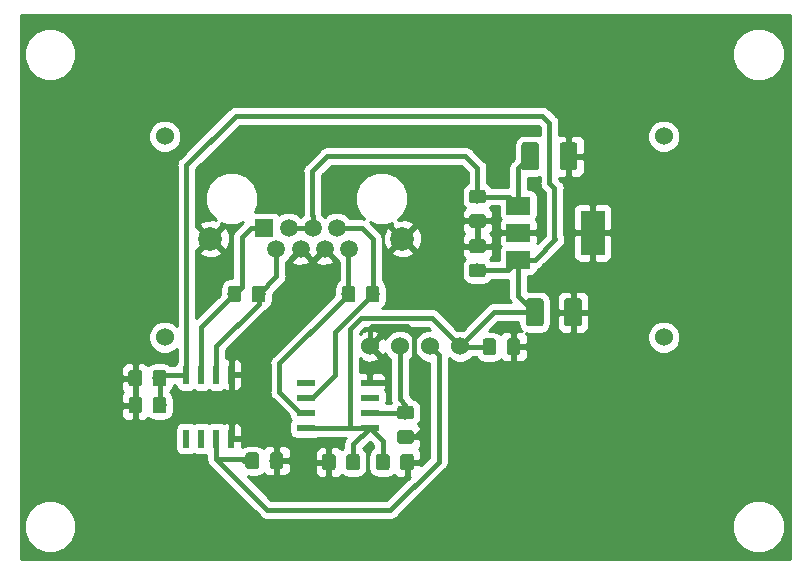
<source format=gbr>
G04 #@! TF.GenerationSoftware,KiCad,Pcbnew,(5.0.0)*
G04 #@! TF.CreationDate,2018-08-26T19:27:32+02:00*
G04 #@! TF.ProjectId,Sensor board,53656E736F7220626F6172642E6B6963,rev?*
G04 #@! TF.SameCoordinates,PX65faef0PY58e64d0*
G04 #@! TF.FileFunction,Copper,L1,Top,Signal*
G04 #@! TF.FilePolarity,Positive*
%FSLAX46Y46*%
G04 Gerber Fmt 4.6, Leading zero omitted, Abs format (unit mm)*
G04 Created by KiCad (PCBNEW (5.0.0)) date 08/26/18 19:27:32*
%MOMM*%
%LPD*%
G01*
G04 APERTURE LIST*
G04 #@! TA.AperFunction,Conductor*
%ADD10C,0.100000*%
G04 #@! TD*
G04 #@! TA.AperFunction,SMDPad,CuDef*
%ADD11C,1.150000*%
G04 #@! TD*
G04 #@! TA.AperFunction,SMDPad,CuDef*
%ADD12C,1.500000*%
G04 #@! TD*
G04 #@! TA.AperFunction,ComponentPad*
%ADD13R,1.500000X1.500000*%
G04 #@! TD*
G04 #@! TA.AperFunction,ComponentPad*
%ADD14C,1.500000*%
G04 #@! TD*
G04 #@! TA.AperFunction,ComponentPad*
%ADD15C,2.000000*%
G04 #@! TD*
G04 #@! TA.AperFunction,WasherPad*
%ADD16C,1.524000*%
G04 #@! TD*
G04 #@! TA.AperFunction,ComponentPad*
%ADD17C,1.524000*%
G04 #@! TD*
G04 #@! TA.AperFunction,SMDPad,CuDef*
%ADD18R,0.600000X1.550000*%
G04 #@! TD*
G04 #@! TA.AperFunction,SMDPad,CuDef*
%ADD19R,1.550000X0.600000*%
G04 #@! TD*
G04 #@! TA.AperFunction,SMDPad,CuDef*
%ADD20R,2.000000X3.800000*%
G04 #@! TD*
G04 #@! TA.AperFunction,SMDPad,CuDef*
%ADD21R,2.000000X1.500000*%
G04 #@! TD*
G04 #@! TA.AperFunction,Conductor*
%ADD22C,0.400000*%
G04 #@! TD*
G04 #@! TA.AperFunction,Conductor*
%ADD23C,0.254000*%
G04 #@! TD*
G04 APERTURE END LIST*
D10*
G04 #@! TO.N,VCC*
G04 #@! TO.C,C2*
G36*
X12804505Y14414796D02*
X12828773Y14411196D01*
X12852572Y14405235D01*
X12875671Y14396970D01*
X12897850Y14386480D01*
X12918893Y14373868D01*
X12938599Y14359253D01*
X12956777Y14342777D01*
X12973253Y14324599D01*
X12987868Y14304893D01*
X13000480Y14283850D01*
X13010970Y14261671D01*
X13019235Y14238572D01*
X13025196Y14214773D01*
X13028796Y14190505D01*
X13030000Y14166001D01*
X13030000Y13265999D01*
X13028796Y13241495D01*
X13025196Y13217227D01*
X13019235Y13193428D01*
X13010970Y13170329D01*
X13000480Y13148150D01*
X12987868Y13127107D01*
X12973253Y13107401D01*
X12956777Y13089223D01*
X12938599Y13072747D01*
X12918893Y13058132D01*
X12897850Y13045520D01*
X12875671Y13035030D01*
X12852572Y13026765D01*
X12828773Y13020804D01*
X12804505Y13017204D01*
X12780001Y13016000D01*
X12129999Y13016000D01*
X12105495Y13017204D01*
X12081227Y13020804D01*
X12057428Y13026765D01*
X12034329Y13035030D01*
X12012150Y13045520D01*
X11991107Y13058132D01*
X11971401Y13072747D01*
X11953223Y13089223D01*
X11936747Y13107401D01*
X11922132Y13127107D01*
X11909520Y13148150D01*
X11899030Y13170329D01*
X11890765Y13193428D01*
X11884804Y13217227D01*
X11881204Y13241495D01*
X11880000Y13265999D01*
X11880000Y14166001D01*
X11881204Y14190505D01*
X11884804Y14214773D01*
X11890765Y14238572D01*
X11899030Y14261671D01*
X11909520Y14283850D01*
X11922132Y14304893D01*
X11936747Y14324599D01*
X11953223Y14342777D01*
X11971401Y14359253D01*
X11991107Y14373868D01*
X12012150Y14386480D01*
X12034329Y14396970D01*
X12057428Y14405235D01*
X12081227Y14411196D01*
X12105495Y14414796D01*
X12129999Y14416000D01*
X12780001Y14416000D01*
X12804505Y14414796D01*
X12804505Y14414796D01*
G37*
D11*
G04 #@! TD*
G04 #@! TO.P,C2,1*
G04 #@! TO.N,VCC*
X12455000Y13716000D03*
D10*
G04 #@! TO.N,GND*
G04 #@! TO.C,C2*
G36*
X10754505Y14414796D02*
X10778773Y14411196D01*
X10802572Y14405235D01*
X10825671Y14396970D01*
X10847850Y14386480D01*
X10868893Y14373868D01*
X10888599Y14359253D01*
X10906777Y14342777D01*
X10923253Y14324599D01*
X10937868Y14304893D01*
X10950480Y14283850D01*
X10960970Y14261671D01*
X10969235Y14238572D01*
X10975196Y14214773D01*
X10978796Y14190505D01*
X10980000Y14166001D01*
X10980000Y13265999D01*
X10978796Y13241495D01*
X10975196Y13217227D01*
X10969235Y13193428D01*
X10960970Y13170329D01*
X10950480Y13148150D01*
X10937868Y13127107D01*
X10923253Y13107401D01*
X10906777Y13089223D01*
X10888599Y13072747D01*
X10868893Y13058132D01*
X10847850Y13045520D01*
X10825671Y13035030D01*
X10802572Y13026765D01*
X10778773Y13020804D01*
X10754505Y13017204D01*
X10730001Y13016000D01*
X10079999Y13016000D01*
X10055495Y13017204D01*
X10031227Y13020804D01*
X10007428Y13026765D01*
X9984329Y13035030D01*
X9962150Y13045520D01*
X9941107Y13058132D01*
X9921401Y13072747D01*
X9903223Y13089223D01*
X9886747Y13107401D01*
X9872132Y13127107D01*
X9859520Y13148150D01*
X9849030Y13170329D01*
X9840765Y13193428D01*
X9834804Y13217227D01*
X9831204Y13241495D01*
X9830000Y13265999D01*
X9830000Y14166001D01*
X9831204Y14190505D01*
X9834804Y14214773D01*
X9840765Y14238572D01*
X9849030Y14261671D01*
X9859520Y14283850D01*
X9872132Y14304893D01*
X9886747Y14324599D01*
X9903223Y14342777D01*
X9921401Y14359253D01*
X9941107Y14373868D01*
X9962150Y14386480D01*
X9984329Y14396970D01*
X10007428Y14405235D01*
X10031227Y14411196D01*
X10055495Y14414796D01*
X10079999Y14416000D01*
X10730001Y14416000D01*
X10754505Y14414796D01*
X10754505Y14414796D01*
G37*
D11*
G04 #@! TD*
G04 #@! TO.P,C2,2*
G04 #@! TO.N,GND*
X10405000Y13716000D03*
D10*
G04 #@! TO.N,GND*
G04 #@! TO.C,C3*
G36*
X27137505Y9588796D02*
X27161773Y9585196D01*
X27185572Y9579235D01*
X27208671Y9570970D01*
X27230850Y9560480D01*
X27251893Y9547868D01*
X27271599Y9533253D01*
X27289777Y9516777D01*
X27306253Y9498599D01*
X27320868Y9478893D01*
X27333480Y9457850D01*
X27343970Y9435671D01*
X27352235Y9412572D01*
X27358196Y9388773D01*
X27361796Y9364505D01*
X27363000Y9340001D01*
X27363000Y8439999D01*
X27361796Y8415495D01*
X27358196Y8391227D01*
X27352235Y8367428D01*
X27343970Y8344329D01*
X27333480Y8322150D01*
X27320868Y8301107D01*
X27306253Y8281401D01*
X27289777Y8263223D01*
X27271599Y8246747D01*
X27251893Y8232132D01*
X27230850Y8219520D01*
X27208671Y8209030D01*
X27185572Y8200765D01*
X27161773Y8194804D01*
X27137505Y8191204D01*
X27113001Y8190000D01*
X26462999Y8190000D01*
X26438495Y8191204D01*
X26414227Y8194804D01*
X26390428Y8200765D01*
X26367329Y8209030D01*
X26345150Y8219520D01*
X26324107Y8232132D01*
X26304401Y8246747D01*
X26286223Y8263223D01*
X26269747Y8281401D01*
X26255132Y8301107D01*
X26242520Y8322150D01*
X26232030Y8344329D01*
X26223765Y8367428D01*
X26217804Y8391227D01*
X26214204Y8415495D01*
X26213000Y8439999D01*
X26213000Y9340001D01*
X26214204Y9364505D01*
X26217804Y9388773D01*
X26223765Y9412572D01*
X26232030Y9435671D01*
X26242520Y9457850D01*
X26255132Y9478893D01*
X26269747Y9498599D01*
X26286223Y9516777D01*
X26304401Y9533253D01*
X26324107Y9547868D01*
X26345150Y9560480D01*
X26367329Y9570970D01*
X26390428Y9579235D01*
X26414227Y9585196D01*
X26438495Y9588796D01*
X26462999Y9590000D01*
X27113001Y9590000D01*
X27137505Y9588796D01*
X27137505Y9588796D01*
G37*
D11*
G04 #@! TD*
G04 #@! TO.P,C3,2*
G04 #@! TO.N,GND*
X26788000Y8890000D03*
D10*
G04 #@! TO.N,VCC*
G04 #@! TO.C,C3*
G36*
X29187505Y9588796D02*
X29211773Y9585196D01*
X29235572Y9579235D01*
X29258671Y9570970D01*
X29280850Y9560480D01*
X29301893Y9547868D01*
X29321599Y9533253D01*
X29339777Y9516777D01*
X29356253Y9498599D01*
X29370868Y9478893D01*
X29383480Y9457850D01*
X29393970Y9435671D01*
X29402235Y9412572D01*
X29408196Y9388773D01*
X29411796Y9364505D01*
X29413000Y9340001D01*
X29413000Y8439999D01*
X29411796Y8415495D01*
X29408196Y8391227D01*
X29402235Y8367428D01*
X29393970Y8344329D01*
X29383480Y8322150D01*
X29370868Y8301107D01*
X29356253Y8281401D01*
X29339777Y8263223D01*
X29321599Y8246747D01*
X29301893Y8232132D01*
X29280850Y8219520D01*
X29258671Y8209030D01*
X29235572Y8200765D01*
X29211773Y8194804D01*
X29187505Y8191204D01*
X29163001Y8190000D01*
X28512999Y8190000D01*
X28488495Y8191204D01*
X28464227Y8194804D01*
X28440428Y8200765D01*
X28417329Y8209030D01*
X28395150Y8219520D01*
X28374107Y8232132D01*
X28354401Y8246747D01*
X28336223Y8263223D01*
X28319747Y8281401D01*
X28305132Y8301107D01*
X28292520Y8322150D01*
X28282030Y8344329D01*
X28273765Y8367428D01*
X28267804Y8391227D01*
X28264204Y8415495D01*
X28263000Y8439999D01*
X28263000Y9340001D01*
X28264204Y9364505D01*
X28267804Y9388773D01*
X28273765Y9412572D01*
X28282030Y9435671D01*
X28292520Y9457850D01*
X28305132Y9478893D01*
X28319747Y9498599D01*
X28336223Y9516777D01*
X28354401Y9533253D01*
X28374107Y9547868D01*
X28395150Y9560480D01*
X28417329Y9570970D01*
X28440428Y9579235D01*
X28464227Y9585196D01*
X28488495Y9588796D01*
X28512999Y9590000D01*
X29163001Y9590000D01*
X29187505Y9588796D01*
X29187505Y9588796D01*
G37*
D11*
G04 #@! TD*
G04 #@! TO.P,C3,1*
G04 #@! TO.N,VCC*
X28838000Y8890000D03*
D10*
G04 #@! TO.N,VCC*
G04 #@! TO.C,C4*
G36*
X12795505Y16700796D02*
X12819773Y16697196D01*
X12843572Y16691235D01*
X12866671Y16682970D01*
X12888850Y16672480D01*
X12909893Y16659868D01*
X12929599Y16645253D01*
X12947777Y16628777D01*
X12964253Y16610599D01*
X12978868Y16590893D01*
X12991480Y16569850D01*
X13001970Y16547671D01*
X13010235Y16524572D01*
X13016196Y16500773D01*
X13019796Y16476505D01*
X13021000Y16452001D01*
X13021000Y15551999D01*
X13019796Y15527495D01*
X13016196Y15503227D01*
X13010235Y15479428D01*
X13001970Y15456329D01*
X12991480Y15434150D01*
X12978868Y15413107D01*
X12964253Y15393401D01*
X12947777Y15375223D01*
X12929599Y15358747D01*
X12909893Y15344132D01*
X12888850Y15331520D01*
X12866671Y15321030D01*
X12843572Y15312765D01*
X12819773Y15306804D01*
X12795505Y15303204D01*
X12771001Y15302000D01*
X12120999Y15302000D01*
X12096495Y15303204D01*
X12072227Y15306804D01*
X12048428Y15312765D01*
X12025329Y15321030D01*
X12003150Y15331520D01*
X11982107Y15344132D01*
X11962401Y15358747D01*
X11944223Y15375223D01*
X11927747Y15393401D01*
X11913132Y15413107D01*
X11900520Y15434150D01*
X11890030Y15456329D01*
X11881765Y15479428D01*
X11875804Y15503227D01*
X11872204Y15527495D01*
X11871000Y15551999D01*
X11871000Y16452001D01*
X11872204Y16476505D01*
X11875804Y16500773D01*
X11881765Y16524572D01*
X11890030Y16547671D01*
X11900520Y16569850D01*
X11913132Y16590893D01*
X11927747Y16610599D01*
X11944223Y16628777D01*
X11962401Y16645253D01*
X11982107Y16659868D01*
X12003150Y16672480D01*
X12025329Y16682970D01*
X12048428Y16691235D01*
X12072227Y16697196D01*
X12096495Y16700796D01*
X12120999Y16702000D01*
X12771001Y16702000D01*
X12795505Y16700796D01*
X12795505Y16700796D01*
G37*
D11*
G04 #@! TD*
G04 #@! TO.P,C4,1*
G04 #@! TO.N,VCC*
X12446000Y16002000D03*
D10*
G04 #@! TO.N,GND*
G04 #@! TO.C,C4*
G36*
X10745505Y16700796D02*
X10769773Y16697196D01*
X10793572Y16691235D01*
X10816671Y16682970D01*
X10838850Y16672480D01*
X10859893Y16659868D01*
X10879599Y16645253D01*
X10897777Y16628777D01*
X10914253Y16610599D01*
X10928868Y16590893D01*
X10941480Y16569850D01*
X10951970Y16547671D01*
X10960235Y16524572D01*
X10966196Y16500773D01*
X10969796Y16476505D01*
X10971000Y16452001D01*
X10971000Y15551999D01*
X10969796Y15527495D01*
X10966196Y15503227D01*
X10960235Y15479428D01*
X10951970Y15456329D01*
X10941480Y15434150D01*
X10928868Y15413107D01*
X10914253Y15393401D01*
X10897777Y15375223D01*
X10879599Y15358747D01*
X10859893Y15344132D01*
X10838850Y15331520D01*
X10816671Y15321030D01*
X10793572Y15312765D01*
X10769773Y15306804D01*
X10745505Y15303204D01*
X10721001Y15302000D01*
X10070999Y15302000D01*
X10046495Y15303204D01*
X10022227Y15306804D01*
X9998428Y15312765D01*
X9975329Y15321030D01*
X9953150Y15331520D01*
X9932107Y15344132D01*
X9912401Y15358747D01*
X9894223Y15375223D01*
X9877747Y15393401D01*
X9863132Y15413107D01*
X9850520Y15434150D01*
X9840030Y15456329D01*
X9831765Y15479428D01*
X9825804Y15503227D01*
X9822204Y15527495D01*
X9821000Y15551999D01*
X9821000Y16452001D01*
X9822204Y16476505D01*
X9825804Y16500773D01*
X9831765Y16524572D01*
X9840030Y16547671D01*
X9850520Y16569850D01*
X9863132Y16590893D01*
X9877747Y16610599D01*
X9894223Y16628777D01*
X9912401Y16645253D01*
X9932107Y16659868D01*
X9953150Y16672480D01*
X9975329Y16682970D01*
X9998428Y16691235D01*
X10022227Y16697196D01*
X10046495Y16700796D01*
X10070999Y16702000D01*
X10721001Y16702000D01*
X10745505Y16700796D01*
X10745505Y16700796D01*
G37*
D11*
G04 #@! TD*
G04 #@! TO.P,C4,2*
G04 #@! TO.N,GND*
X10396000Y16002000D03*
D10*
G04 #@! TO.N,GND*
G04 #@! TO.C,C5*
G36*
X33759505Y9588796D02*
X33783773Y9585196D01*
X33807572Y9579235D01*
X33830671Y9570970D01*
X33852850Y9560480D01*
X33873893Y9547868D01*
X33893599Y9533253D01*
X33911777Y9516777D01*
X33928253Y9498599D01*
X33942868Y9478893D01*
X33955480Y9457850D01*
X33965970Y9435671D01*
X33974235Y9412572D01*
X33980196Y9388773D01*
X33983796Y9364505D01*
X33985000Y9340001D01*
X33985000Y8439999D01*
X33983796Y8415495D01*
X33980196Y8391227D01*
X33974235Y8367428D01*
X33965970Y8344329D01*
X33955480Y8322150D01*
X33942868Y8301107D01*
X33928253Y8281401D01*
X33911777Y8263223D01*
X33893599Y8246747D01*
X33873893Y8232132D01*
X33852850Y8219520D01*
X33830671Y8209030D01*
X33807572Y8200765D01*
X33783773Y8194804D01*
X33759505Y8191204D01*
X33735001Y8190000D01*
X33084999Y8190000D01*
X33060495Y8191204D01*
X33036227Y8194804D01*
X33012428Y8200765D01*
X32989329Y8209030D01*
X32967150Y8219520D01*
X32946107Y8232132D01*
X32926401Y8246747D01*
X32908223Y8263223D01*
X32891747Y8281401D01*
X32877132Y8301107D01*
X32864520Y8322150D01*
X32854030Y8344329D01*
X32845765Y8367428D01*
X32839804Y8391227D01*
X32836204Y8415495D01*
X32835000Y8439999D01*
X32835000Y9340001D01*
X32836204Y9364505D01*
X32839804Y9388773D01*
X32845765Y9412572D01*
X32854030Y9435671D01*
X32864520Y9457850D01*
X32877132Y9478893D01*
X32891747Y9498599D01*
X32908223Y9516777D01*
X32926401Y9533253D01*
X32946107Y9547868D01*
X32967150Y9560480D01*
X32989329Y9570970D01*
X33012428Y9579235D01*
X33036227Y9585196D01*
X33060495Y9588796D01*
X33084999Y9590000D01*
X33735001Y9590000D01*
X33759505Y9588796D01*
X33759505Y9588796D01*
G37*
D11*
G04 #@! TD*
G04 #@! TO.P,C5,2*
G04 #@! TO.N,GND*
X33410000Y8890000D03*
D10*
G04 #@! TO.N,VCC*
G04 #@! TO.C,C5*
G36*
X31709505Y9588796D02*
X31733773Y9585196D01*
X31757572Y9579235D01*
X31780671Y9570970D01*
X31802850Y9560480D01*
X31823893Y9547868D01*
X31843599Y9533253D01*
X31861777Y9516777D01*
X31878253Y9498599D01*
X31892868Y9478893D01*
X31905480Y9457850D01*
X31915970Y9435671D01*
X31924235Y9412572D01*
X31930196Y9388773D01*
X31933796Y9364505D01*
X31935000Y9340001D01*
X31935000Y8439999D01*
X31933796Y8415495D01*
X31930196Y8391227D01*
X31924235Y8367428D01*
X31915970Y8344329D01*
X31905480Y8322150D01*
X31892868Y8301107D01*
X31878253Y8281401D01*
X31861777Y8263223D01*
X31843599Y8246747D01*
X31823893Y8232132D01*
X31802850Y8219520D01*
X31780671Y8209030D01*
X31757572Y8200765D01*
X31733773Y8194804D01*
X31709505Y8191204D01*
X31685001Y8190000D01*
X31034999Y8190000D01*
X31010495Y8191204D01*
X30986227Y8194804D01*
X30962428Y8200765D01*
X30939329Y8209030D01*
X30917150Y8219520D01*
X30896107Y8232132D01*
X30876401Y8246747D01*
X30858223Y8263223D01*
X30841747Y8281401D01*
X30827132Y8301107D01*
X30814520Y8322150D01*
X30804030Y8344329D01*
X30795765Y8367428D01*
X30789804Y8391227D01*
X30786204Y8415495D01*
X30785000Y8439999D01*
X30785000Y9340001D01*
X30786204Y9364505D01*
X30789804Y9388773D01*
X30795765Y9412572D01*
X30804030Y9435671D01*
X30814520Y9457850D01*
X30827132Y9478893D01*
X30841747Y9498599D01*
X30858223Y9516777D01*
X30876401Y9533253D01*
X30896107Y9547868D01*
X30917150Y9560480D01*
X30939329Y9570970D01*
X30962428Y9579235D01*
X30986227Y9585196D01*
X31010495Y9588796D01*
X31034999Y9590000D01*
X31685001Y9590000D01*
X31709505Y9588796D01*
X31709505Y9588796D01*
G37*
D11*
G04 #@! TD*
G04 #@! TO.P,C5,1*
G04 #@! TO.N,VCC*
X31360000Y8890000D03*
D10*
G04 #@! TO.N,+12V*
G04 #@! TO.C,C6*
G36*
X39844505Y31951796D02*
X39868773Y31948196D01*
X39892572Y31942235D01*
X39915671Y31933970D01*
X39937850Y31923480D01*
X39958893Y31910868D01*
X39978599Y31896253D01*
X39996777Y31879777D01*
X40013253Y31861599D01*
X40027868Y31841893D01*
X40040480Y31820850D01*
X40050970Y31798671D01*
X40059235Y31775572D01*
X40065196Y31751773D01*
X40068796Y31727505D01*
X40070000Y31703001D01*
X40070000Y31052999D01*
X40068796Y31028495D01*
X40065196Y31004227D01*
X40059235Y30980428D01*
X40050970Y30957329D01*
X40040480Y30935150D01*
X40027868Y30914107D01*
X40013253Y30894401D01*
X39996777Y30876223D01*
X39978599Y30859747D01*
X39958893Y30845132D01*
X39937850Y30832520D01*
X39915671Y30822030D01*
X39892572Y30813765D01*
X39868773Y30807804D01*
X39844505Y30804204D01*
X39820001Y30803000D01*
X38919999Y30803000D01*
X38895495Y30804204D01*
X38871227Y30807804D01*
X38847428Y30813765D01*
X38824329Y30822030D01*
X38802150Y30832520D01*
X38781107Y30845132D01*
X38761401Y30859747D01*
X38743223Y30876223D01*
X38726747Y30894401D01*
X38712132Y30914107D01*
X38699520Y30935150D01*
X38689030Y30957329D01*
X38680765Y30980428D01*
X38674804Y31004227D01*
X38671204Y31028495D01*
X38670000Y31052999D01*
X38670000Y31703001D01*
X38671204Y31727505D01*
X38674804Y31751773D01*
X38680765Y31775572D01*
X38689030Y31798671D01*
X38699520Y31820850D01*
X38712132Y31841893D01*
X38726747Y31861599D01*
X38743223Y31879777D01*
X38761401Y31896253D01*
X38781107Y31910868D01*
X38802150Y31923480D01*
X38824329Y31933970D01*
X38847428Y31942235D01*
X38871227Y31948196D01*
X38895495Y31951796D01*
X38919999Y31953000D01*
X39820001Y31953000D01*
X39844505Y31951796D01*
X39844505Y31951796D01*
G37*
D11*
G04 #@! TD*
G04 #@! TO.P,C6,1*
G04 #@! TO.N,+12V*
X39370000Y31378000D03*
D10*
G04 #@! TO.N,GND*
G04 #@! TO.C,C6*
G36*
X39844505Y29901796D02*
X39868773Y29898196D01*
X39892572Y29892235D01*
X39915671Y29883970D01*
X39937850Y29873480D01*
X39958893Y29860868D01*
X39978599Y29846253D01*
X39996777Y29829777D01*
X40013253Y29811599D01*
X40027868Y29791893D01*
X40040480Y29770850D01*
X40050970Y29748671D01*
X40059235Y29725572D01*
X40065196Y29701773D01*
X40068796Y29677505D01*
X40070000Y29653001D01*
X40070000Y29002999D01*
X40068796Y28978495D01*
X40065196Y28954227D01*
X40059235Y28930428D01*
X40050970Y28907329D01*
X40040480Y28885150D01*
X40027868Y28864107D01*
X40013253Y28844401D01*
X39996777Y28826223D01*
X39978599Y28809747D01*
X39958893Y28795132D01*
X39937850Y28782520D01*
X39915671Y28772030D01*
X39892572Y28763765D01*
X39868773Y28757804D01*
X39844505Y28754204D01*
X39820001Y28753000D01*
X38919999Y28753000D01*
X38895495Y28754204D01*
X38871227Y28757804D01*
X38847428Y28763765D01*
X38824329Y28772030D01*
X38802150Y28782520D01*
X38781107Y28795132D01*
X38761401Y28809747D01*
X38743223Y28826223D01*
X38726747Y28844401D01*
X38712132Y28864107D01*
X38699520Y28885150D01*
X38689030Y28907329D01*
X38680765Y28930428D01*
X38674804Y28954227D01*
X38671204Y28978495D01*
X38670000Y29002999D01*
X38670000Y29653001D01*
X38671204Y29677505D01*
X38674804Y29701773D01*
X38680765Y29725572D01*
X38689030Y29748671D01*
X38699520Y29770850D01*
X38712132Y29791893D01*
X38726747Y29811599D01*
X38743223Y29829777D01*
X38761401Y29846253D01*
X38781107Y29860868D01*
X38802150Y29873480D01*
X38824329Y29883970D01*
X38847428Y29892235D01*
X38871227Y29898196D01*
X38895495Y29901796D01*
X38919999Y29903000D01*
X39820001Y29903000D01*
X39844505Y29901796D01*
X39844505Y29901796D01*
G37*
D11*
G04 #@! TD*
G04 #@! TO.P,C6,2*
G04 #@! TO.N,GND*
X39370000Y29328000D03*
D10*
G04 #@! TO.N,GND*
G04 #@! TO.C,C7*
G36*
X39844505Y27760796D02*
X39868773Y27757196D01*
X39892572Y27751235D01*
X39915671Y27742970D01*
X39937850Y27732480D01*
X39958893Y27719868D01*
X39978599Y27705253D01*
X39996777Y27688777D01*
X40013253Y27670599D01*
X40027868Y27650893D01*
X40040480Y27629850D01*
X40050970Y27607671D01*
X40059235Y27584572D01*
X40065196Y27560773D01*
X40068796Y27536505D01*
X40070000Y27512001D01*
X40070000Y26861999D01*
X40068796Y26837495D01*
X40065196Y26813227D01*
X40059235Y26789428D01*
X40050970Y26766329D01*
X40040480Y26744150D01*
X40027868Y26723107D01*
X40013253Y26703401D01*
X39996777Y26685223D01*
X39978599Y26668747D01*
X39958893Y26654132D01*
X39937850Y26641520D01*
X39915671Y26631030D01*
X39892572Y26622765D01*
X39868773Y26616804D01*
X39844505Y26613204D01*
X39820001Y26612000D01*
X38919999Y26612000D01*
X38895495Y26613204D01*
X38871227Y26616804D01*
X38847428Y26622765D01*
X38824329Y26631030D01*
X38802150Y26641520D01*
X38781107Y26654132D01*
X38761401Y26668747D01*
X38743223Y26685223D01*
X38726747Y26703401D01*
X38712132Y26723107D01*
X38699520Y26744150D01*
X38689030Y26766329D01*
X38680765Y26789428D01*
X38674804Y26813227D01*
X38671204Y26837495D01*
X38670000Y26861999D01*
X38670000Y27512001D01*
X38671204Y27536505D01*
X38674804Y27560773D01*
X38680765Y27584572D01*
X38689030Y27607671D01*
X38699520Y27629850D01*
X38712132Y27650893D01*
X38726747Y27670599D01*
X38743223Y27688777D01*
X38761401Y27705253D01*
X38781107Y27719868D01*
X38802150Y27732480D01*
X38824329Y27742970D01*
X38847428Y27751235D01*
X38871227Y27757196D01*
X38895495Y27760796D01*
X38919999Y27762000D01*
X39820001Y27762000D01*
X39844505Y27760796D01*
X39844505Y27760796D01*
G37*
D11*
G04 #@! TD*
G04 #@! TO.P,C7,2*
G04 #@! TO.N,GND*
X39370000Y27187000D03*
D10*
G04 #@! TO.N,VCC*
G04 #@! TO.C,C7*
G36*
X39844505Y25710796D02*
X39868773Y25707196D01*
X39892572Y25701235D01*
X39915671Y25692970D01*
X39937850Y25682480D01*
X39958893Y25669868D01*
X39978599Y25655253D01*
X39996777Y25638777D01*
X40013253Y25620599D01*
X40027868Y25600893D01*
X40040480Y25579850D01*
X40050970Y25557671D01*
X40059235Y25534572D01*
X40065196Y25510773D01*
X40068796Y25486505D01*
X40070000Y25462001D01*
X40070000Y24811999D01*
X40068796Y24787495D01*
X40065196Y24763227D01*
X40059235Y24739428D01*
X40050970Y24716329D01*
X40040480Y24694150D01*
X40027868Y24673107D01*
X40013253Y24653401D01*
X39996777Y24635223D01*
X39978599Y24618747D01*
X39958893Y24604132D01*
X39937850Y24591520D01*
X39915671Y24581030D01*
X39892572Y24572765D01*
X39868773Y24566804D01*
X39844505Y24563204D01*
X39820001Y24562000D01*
X38919999Y24562000D01*
X38895495Y24563204D01*
X38871227Y24566804D01*
X38847428Y24572765D01*
X38824329Y24581030D01*
X38802150Y24591520D01*
X38781107Y24604132D01*
X38761401Y24618747D01*
X38743223Y24635223D01*
X38726747Y24653401D01*
X38712132Y24673107D01*
X38699520Y24694150D01*
X38689030Y24716329D01*
X38680765Y24739428D01*
X38674804Y24763227D01*
X38671204Y24787495D01*
X38670000Y24811999D01*
X38670000Y25462001D01*
X38671204Y25486505D01*
X38674804Y25510773D01*
X38680765Y25534572D01*
X38689030Y25557671D01*
X38699520Y25579850D01*
X38712132Y25600893D01*
X38726747Y25620599D01*
X38743223Y25638777D01*
X38761401Y25655253D01*
X38781107Y25669868D01*
X38802150Y25682480D01*
X38824329Y25692970D01*
X38847428Y25701235D01*
X38871227Y25707196D01*
X38895495Y25710796D01*
X38919999Y25712000D01*
X39820001Y25712000D01*
X39844505Y25710796D01*
X39844505Y25710796D01*
G37*
D11*
G04 #@! TD*
G04 #@! TO.P,C7,1*
G04 #@! TO.N,VCC*
X39370000Y25137000D03*
D10*
G04 #@! TO.N,VCC*
G04 #@! TO.C,C1*
G36*
X40726505Y19367796D02*
X40750773Y19364196D01*
X40774572Y19358235D01*
X40797671Y19349970D01*
X40819850Y19339480D01*
X40840893Y19326868D01*
X40860599Y19312253D01*
X40878777Y19295777D01*
X40895253Y19277599D01*
X40909868Y19257893D01*
X40922480Y19236850D01*
X40932970Y19214671D01*
X40941235Y19191572D01*
X40947196Y19167773D01*
X40950796Y19143505D01*
X40952000Y19119001D01*
X40952000Y18218999D01*
X40950796Y18194495D01*
X40947196Y18170227D01*
X40941235Y18146428D01*
X40932970Y18123329D01*
X40922480Y18101150D01*
X40909868Y18080107D01*
X40895253Y18060401D01*
X40878777Y18042223D01*
X40860599Y18025747D01*
X40840893Y18011132D01*
X40819850Y17998520D01*
X40797671Y17988030D01*
X40774572Y17979765D01*
X40750773Y17973804D01*
X40726505Y17970204D01*
X40702001Y17969000D01*
X40051999Y17969000D01*
X40027495Y17970204D01*
X40003227Y17973804D01*
X39979428Y17979765D01*
X39956329Y17988030D01*
X39934150Y17998520D01*
X39913107Y18011132D01*
X39893401Y18025747D01*
X39875223Y18042223D01*
X39858747Y18060401D01*
X39844132Y18080107D01*
X39831520Y18101150D01*
X39821030Y18123329D01*
X39812765Y18146428D01*
X39806804Y18170227D01*
X39803204Y18194495D01*
X39802000Y18218999D01*
X39802000Y19119001D01*
X39803204Y19143505D01*
X39806804Y19167773D01*
X39812765Y19191572D01*
X39821030Y19214671D01*
X39831520Y19236850D01*
X39844132Y19257893D01*
X39858747Y19277599D01*
X39875223Y19295777D01*
X39893401Y19312253D01*
X39913107Y19326868D01*
X39934150Y19339480D01*
X39956329Y19349970D01*
X39979428Y19358235D01*
X40003227Y19364196D01*
X40027495Y19367796D01*
X40051999Y19369000D01*
X40702001Y19369000D01*
X40726505Y19367796D01*
X40726505Y19367796D01*
G37*
D11*
G04 #@! TD*
G04 #@! TO.P,C1,1*
G04 #@! TO.N,VCC*
X40377000Y18669000D03*
D10*
G04 #@! TO.N,GND*
G04 #@! TO.C,C1*
G36*
X42776505Y19367796D02*
X42800773Y19364196D01*
X42824572Y19358235D01*
X42847671Y19349970D01*
X42869850Y19339480D01*
X42890893Y19326868D01*
X42910599Y19312253D01*
X42928777Y19295777D01*
X42945253Y19277599D01*
X42959868Y19257893D01*
X42972480Y19236850D01*
X42982970Y19214671D01*
X42991235Y19191572D01*
X42997196Y19167773D01*
X43000796Y19143505D01*
X43002000Y19119001D01*
X43002000Y18218999D01*
X43000796Y18194495D01*
X42997196Y18170227D01*
X42991235Y18146428D01*
X42982970Y18123329D01*
X42972480Y18101150D01*
X42959868Y18080107D01*
X42945253Y18060401D01*
X42928777Y18042223D01*
X42910599Y18025747D01*
X42890893Y18011132D01*
X42869850Y17998520D01*
X42847671Y17988030D01*
X42824572Y17979765D01*
X42800773Y17973804D01*
X42776505Y17970204D01*
X42752001Y17969000D01*
X42101999Y17969000D01*
X42077495Y17970204D01*
X42053227Y17973804D01*
X42029428Y17979765D01*
X42006329Y17988030D01*
X41984150Y17998520D01*
X41963107Y18011132D01*
X41943401Y18025747D01*
X41925223Y18042223D01*
X41908747Y18060401D01*
X41894132Y18080107D01*
X41881520Y18101150D01*
X41871030Y18123329D01*
X41862765Y18146428D01*
X41856804Y18170227D01*
X41853204Y18194495D01*
X41852000Y18218999D01*
X41852000Y19119001D01*
X41853204Y19143505D01*
X41856804Y19167773D01*
X41862765Y19191572D01*
X41871030Y19214671D01*
X41881520Y19236850D01*
X41894132Y19257893D01*
X41908747Y19277599D01*
X41925223Y19295777D01*
X41943401Y19312253D01*
X41963107Y19326868D01*
X41984150Y19339480D01*
X42006329Y19349970D01*
X42029428Y19358235D01*
X42053227Y19364196D01*
X42077495Y19367796D01*
X42101999Y19369000D01*
X42752001Y19369000D01*
X42776505Y19367796D01*
X42776505Y19367796D01*
G37*
D11*
G04 #@! TD*
G04 #@! TO.P,C1,2*
G04 #@! TO.N,GND*
X42427000Y18669000D03*
D10*
G04 #@! TO.N,GND*
G04 #@! TO.C,C8*
G36*
X47615504Y35971796D02*
X47639773Y35968196D01*
X47663571Y35962235D01*
X47686671Y35953970D01*
X47708849Y35943480D01*
X47729893Y35930867D01*
X47749598Y35916253D01*
X47767777Y35899777D01*
X47784253Y35881598D01*
X47798867Y35861893D01*
X47811480Y35840849D01*
X47821970Y35818671D01*
X47830235Y35795571D01*
X47836196Y35771773D01*
X47839796Y35747504D01*
X47841000Y35723000D01*
X47841000Y33873000D01*
X47839796Y33848496D01*
X47836196Y33824227D01*
X47830235Y33800429D01*
X47821970Y33777329D01*
X47811480Y33755151D01*
X47798867Y33734107D01*
X47784253Y33714402D01*
X47767777Y33696223D01*
X47749598Y33679747D01*
X47729893Y33665133D01*
X47708849Y33652520D01*
X47686671Y33642030D01*
X47663571Y33633765D01*
X47639773Y33627804D01*
X47615504Y33624204D01*
X47591000Y33623000D01*
X46591000Y33623000D01*
X46566496Y33624204D01*
X46542227Y33627804D01*
X46518429Y33633765D01*
X46495329Y33642030D01*
X46473151Y33652520D01*
X46452107Y33665133D01*
X46432402Y33679747D01*
X46414223Y33696223D01*
X46397747Y33714402D01*
X46383133Y33734107D01*
X46370520Y33755151D01*
X46360030Y33777329D01*
X46351765Y33800429D01*
X46345804Y33824227D01*
X46342204Y33848496D01*
X46341000Y33873000D01*
X46341000Y35723000D01*
X46342204Y35747504D01*
X46345804Y35771773D01*
X46351765Y35795571D01*
X46360030Y35818671D01*
X46370520Y35840849D01*
X46383133Y35861893D01*
X46397747Y35881598D01*
X46414223Y35899777D01*
X46432402Y35916253D01*
X46452107Y35930867D01*
X46473151Y35943480D01*
X46495329Y35953970D01*
X46518429Y35962235D01*
X46542227Y35968196D01*
X46566496Y35971796D01*
X46591000Y35973000D01*
X47591000Y35973000D01*
X47615504Y35971796D01*
X47615504Y35971796D01*
G37*
D12*
G04 #@! TD*
G04 #@! TO.P,C8,2*
G04 #@! TO.N,GND*
X47091000Y34798000D03*
D10*
G04 #@! TO.N,+12V*
G04 #@! TO.C,C8*
G36*
X44365504Y35971796D02*
X44389773Y35968196D01*
X44413571Y35962235D01*
X44436671Y35953970D01*
X44458849Y35943480D01*
X44479893Y35930867D01*
X44499598Y35916253D01*
X44517777Y35899777D01*
X44534253Y35881598D01*
X44548867Y35861893D01*
X44561480Y35840849D01*
X44571970Y35818671D01*
X44580235Y35795571D01*
X44586196Y35771773D01*
X44589796Y35747504D01*
X44591000Y35723000D01*
X44591000Y33873000D01*
X44589796Y33848496D01*
X44586196Y33824227D01*
X44580235Y33800429D01*
X44571970Y33777329D01*
X44561480Y33755151D01*
X44548867Y33734107D01*
X44534253Y33714402D01*
X44517777Y33696223D01*
X44499598Y33679747D01*
X44479893Y33665133D01*
X44458849Y33652520D01*
X44436671Y33642030D01*
X44413571Y33633765D01*
X44389773Y33627804D01*
X44365504Y33624204D01*
X44341000Y33623000D01*
X43341000Y33623000D01*
X43316496Y33624204D01*
X43292227Y33627804D01*
X43268429Y33633765D01*
X43245329Y33642030D01*
X43223151Y33652520D01*
X43202107Y33665133D01*
X43182402Y33679747D01*
X43164223Y33696223D01*
X43147747Y33714402D01*
X43133133Y33734107D01*
X43120520Y33755151D01*
X43110030Y33777329D01*
X43101765Y33800429D01*
X43095804Y33824227D01*
X43092204Y33848496D01*
X43091000Y33873000D01*
X43091000Y35723000D01*
X43092204Y35747504D01*
X43095804Y35771773D01*
X43101765Y35795571D01*
X43110030Y35818671D01*
X43120520Y35840849D01*
X43133133Y35861893D01*
X43147747Y35881598D01*
X43164223Y35899777D01*
X43182402Y35916253D01*
X43202107Y35930867D01*
X43223151Y35943480D01*
X43245329Y35953970D01*
X43268429Y35962235D01*
X43292227Y35968196D01*
X43316496Y35971796D01*
X43341000Y35973000D01*
X44341000Y35973000D01*
X44365504Y35971796D01*
X44365504Y35971796D01*
G37*
D12*
G04 #@! TD*
G04 #@! TO.P,C8,1*
G04 #@! TO.N,+12V*
X43841000Y34798000D03*
D10*
G04 #@! TO.N,VCC*
G04 #@! TO.C,C9*
G36*
X44746504Y22763796D02*
X44770773Y22760196D01*
X44794571Y22754235D01*
X44817671Y22745970D01*
X44839849Y22735480D01*
X44860893Y22722867D01*
X44880598Y22708253D01*
X44898777Y22691777D01*
X44915253Y22673598D01*
X44929867Y22653893D01*
X44942480Y22632849D01*
X44952970Y22610671D01*
X44961235Y22587571D01*
X44967196Y22563773D01*
X44970796Y22539504D01*
X44972000Y22515000D01*
X44972000Y20665000D01*
X44970796Y20640496D01*
X44967196Y20616227D01*
X44961235Y20592429D01*
X44952970Y20569329D01*
X44942480Y20547151D01*
X44929867Y20526107D01*
X44915253Y20506402D01*
X44898777Y20488223D01*
X44880598Y20471747D01*
X44860893Y20457133D01*
X44839849Y20444520D01*
X44817671Y20434030D01*
X44794571Y20425765D01*
X44770773Y20419804D01*
X44746504Y20416204D01*
X44722000Y20415000D01*
X43722000Y20415000D01*
X43697496Y20416204D01*
X43673227Y20419804D01*
X43649429Y20425765D01*
X43626329Y20434030D01*
X43604151Y20444520D01*
X43583107Y20457133D01*
X43563402Y20471747D01*
X43545223Y20488223D01*
X43528747Y20506402D01*
X43514133Y20526107D01*
X43501520Y20547151D01*
X43491030Y20569329D01*
X43482765Y20592429D01*
X43476804Y20616227D01*
X43473204Y20640496D01*
X43472000Y20665000D01*
X43472000Y22515000D01*
X43473204Y22539504D01*
X43476804Y22563773D01*
X43482765Y22587571D01*
X43491030Y22610671D01*
X43501520Y22632849D01*
X43514133Y22653893D01*
X43528747Y22673598D01*
X43545223Y22691777D01*
X43563402Y22708253D01*
X43583107Y22722867D01*
X43604151Y22735480D01*
X43626329Y22745970D01*
X43649429Y22754235D01*
X43673227Y22760196D01*
X43697496Y22763796D01*
X43722000Y22765000D01*
X44722000Y22765000D01*
X44746504Y22763796D01*
X44746504Y22763796D01*
G37*
D12*
G04 #@! TD*
G04 #@! TO.P,C9,1*
G04 #@! TO.N,VCC*
X44222000Y21590000D03*
D10*
G04 #@! TO.N,GND*
G04 #@! TO.C,C9*
G36*
X47996504Y22763796D02*
X48020773Y22760196D01*
X48044571Y22754235D01*
X48067671Y22745970D01*
X48089849Y22735480D01*
X48110893Y22722867D01*
X48130598Y22708253D01*
X48148777Y22691777D01*
X48165253Y22673598D01*
X48179867Y22653893D01*
X48192480Y22632849D01*
X48202970Y22610671D01*
X48211235Y22587571D01*
X48217196Y22563773D01*
X48220796Y22539504D01*
X48222000Y22515000D01*
X48222000Y20665000D01*
X48220796Y20640496D01*
X48217196Y20616227D01*
X48211235Y20592429D01*
X48202970Y20569329D01*
X48192480Y20547151D01*
X48179867Y20526107D01*
X48165253Y20506402D01*
X48148777Y20488223D01*
X48130598Y20471747D01*
X48110893Y20457133D01*
X48089849Y20444520D01*
X48067671Y20434030D01*
X48044571Y20425765D01*
X48020773Y20419804D01*
X47996504Y20416204D01*
X47972000Y20415000D01*
X46972000Y20415000D01*
X46947496Y20416204D01*
X46923227Y20419804D01*
X46899429Y20425765D01*
X46876329Y20434030D01*
X46854151Y20444520D01*
X46833107Y20457133D01*
X46813402Y20471747D01*
X46795223Y20488223D01*
X46778747Y20506402D01*
X46764133Y20526107D01*
X46751520Y20547151D01*
X46741030Y20569329D01*
X46732765Y20592429D01*
X46726804Y20616227D01*
X46723204Y20640496D01*
X46722000Y20665000D01*
X46722000Y22515000D01*
X46723204Y22539504D01*
X46726804Y22563773D01*
X46732765Y22587571D01*
X46741030Y22610671D01*
X46751520Y22632849D01*
X46764133Y22653893D01*
X46778747Y22673598D01*
X46795223Y22691777D01*
X46813402Y22708253D01*
X46833107Y22722867D01*
X46854151Y22735480D01*
X46876329Y22745970D01*
X46899429Y22754235D01*
X46923227Y22760196D01*
X46947496Y22763796D01*
X46972000Y22765000D01*
X47972000Y22765000D01*
X47996504Y22763796D01*
X47996504Y22763796D01*
G37*
D12*
G04 #@! TD*
G04 #@! TO.P,C9,2*
G04 #@! TO.N,GND*
X47472000Y21590000D03*
D13*
G04 #@! TO.P,J1,1*
G04 #@! TO.N,TRIG+*
X21336000Y28702000D03*
D14*
G04 #@! TO.P,J1,3*
G04 #@! TO.N,+12V*
X23376000Y28702000D03*
G04 #@! TO.P,J1,5*
X25416000Y28702000D03*
G04 #@! TO.P,J1,7*
G04 #@! TO.N,ECHO-*
X27456000Y28702000D03*
G04 #@! TO.P,J1,2*
G04 #@! TO.N,TRIG-*
X22356000Y26922000D03*
G04 #@! TO.P,J1,4*
G04 #@! TO.N,GND*
X24396000Y26922000D03*
G04 #@! TO.P,J1,6*
X26436000Y26922000D03*
G04 #@! TO.P,J1,8*
G04 #@! TO.N,ECHO+*
X28476000Y26922000D03*
D15*
G04 #@! TO.P,J1,SH*
G04 #@! TO.N,GND*
X33026000Y27812000D03*
X16766000Y27812000D03*
G04 #@! TD*
D16*
G04 #@! TO.P,U1,*
G04 #@! TO.N,*
X55142000Y36473000D03*
G04 #@! TO.P,U1,21*
X12892000Y36473000D03*
G04 #@! TO.P,U1,12*
X55142000Y19473000D03*
G04 #@! TO.P,U1,22*
X12892000Y19473000D03*
D17*
G04 #@! TO.P,U1,1*
G04 #@! TO.N,VCC*
X37896000Y18723000D03*
G04 #@! TO.P,U1,2*
G04 #@! TO.N,TRIG*
X35356000Y18723000D03*
G04 #@! TO.P,U1,3*
G04 #@! TO.N,ECHO*
X32816000Y18723000D03*
G04 #@! TO.P,U1,4*
G04 #@! TO.N,GND*
X30276000Y18723000D03*
G04 #@! TD*
D18*
G04 #@! TO.P,U2,8*
G04 #@! TO.N,VCC*
X14732000Y16289000D03*
G04 #@! TO.P,U2,7*
G04 #@! TO.N,TRIG+*
X16002000Y16289000D03*
G04 #@! TO.P,U2,6*
G04 #@! TO.N,TRIG-*
X17272000Y16289000D03*
G04 #@! TO.P,U2,5*
G04 #@! TO.N,GND*
X18542000Y16289000D03*
G04 #@! TO.P,U2,4*
X18542000Y10889000D03*
G04 #@! TO.P,U2,3*
G04 #@! TO.N,TRIG*
X17272000Y10889000D03*
G04 #@! TO.P,U2,2*
G04 #@! TO.N,Net-(U2-Pad2)*
X16002000Y10889000D03*
G04 #@! TO.P,U2,1*
G04 #@! TO.N,Net-(U2-Pad1)*
X14732000Y10889000D03*
G04 #@! TD*
D19*
G04 #@! TO.P,U3,1*
G04 #@! TO.N,VCC*
X30259000Y11811000D03*
G04 #@! TO.P,U3,2*
G04 #@! TO.N,ECHO*
X30259000Y13081000D03*
G04 #@! TO.P,U3,3*
G04 #@! TO.N,Net-(U3-Pad3)*
X30259000Y14351000D03*
G04 #@! TO.P,U3,4*
G04 #@! TO.N,GND*
X30259000Y15621000D03*
G04 #@! TO.P,U3,5*
G04 #@! TO.N,Net-(U3-Pad5)*
X24859000Y15621000D03*
G04 #@! TO.P,U3,6*
G04 #@! TO.N,ECHO-*
X24859000Y14351000D03*
G04 #@! TO.P,U3,7*
G04 #@! TO.N,ECHO+*
X24859000Y13081000D03*
G04 #@! TO.P,U3,8*
G04 #@! TO.N,VCC*
X24859000Y11811000D03*
G04 #@! TD*
D20*
G04 #@! TO.P,U4,2*
G04 #@! TO.N,GND*
X49124000Y28321000D03*
D21*
X42824000Y28321000D03*
G04 #@! TO.P,U4,3*
G04 #@! TO.N,VCC*
X42824000Y26021000D03*
G04 #@! TO.P,U4,1*
G04 #@! TO.N,+12V*
X42824000Y30621000D03*
G04 #@! TD*
D10*
G04 #@! TO.N,TRIG-*
G04 #@! TO.C,R3*
G36*
X21186505Y23812796D02*
X21210773Y23809196D01*
X21234572Y23803235D01*
X21257671Y23794970D01*
X21279850Y23784480D01*
X21300893Y23771868D01*
X21320599Y23757253D01*
X21338777Y23740777D01*
X21355253Y23722599D01*
X21369868Y23702893D01*
X21382480Y23681850D01*
X21392970Y23659671D01*
X21401235Y23636572D01*
X21407196Y23612773D01*
X21410796Y23588505D01*
X21412000Y23564001D01*
X21412000Y22663999D01*
X21410796Y22639495D01*
X21407196Y22615227D01*
X21401235Y22591428D01*
X21392970Y22568329D01*
X21382480Y22546150D01*
X21369868Y22525107D01*
X21355253Y22505401D01*
X21338777Y22487223D01*
X21320599Y22470747D01*
X21300893Y22456132D01*
X21279850Y22443520D01*
X21257671Y22433030D01*
X21234572Y22424765D01*
X21210773Y22418804D01*
X21186505Y22415204D01*
X21162001Y22414000D01*
X20511999Y22414000D01*
X20487495Y22415204D01*
X20463227Y22418804D01*
X20439428Y22424765D01*
X20416329Y22433030D01*
X20394150Y22443520D01*
X20373107Y22456132D01*
X20353401Y22470747D01*
X20335223Y22487223D01*
X20318747Y22505401D01*
X20304132Y22525107D01*
X20291520Y22546150D01*
X20281030Y22568329D01*
X20272765Y22591428D01*
X20266804Y22615227D01*
X20263204Y22639495D01*
X20262000Y22663999D01*
X20262000Y23564001D01*
X20263204Y23588505D01*
X20266804Y23612773D01*
X20272765Y23636572D01*
X20281030Y23659671D01*
X20291520Y23681850D01*
X20304132Y23702893D01*
X20318747Y23722599D01*
X20335223Y23740777D01*
X20353401Y23757253D01*
X20373107Y23771868D01*
X20394150Y23784480D01*
X20416329Y23794970D01*
X20439428Y23803235D01*
X20463227Y23809196D01*
X20487495Y23812796D01*
X20511999Y23814000D01*
X21162001Y23814000D01*
X21186505Y23812796D01*
X21186505Y23812796D01*
G37*
D11*
G04 #@! TD*
G04 #@! TO.P,R3,2*
G04 #@! TO.N,TRIG-*
X20837000Y23114000D03*
D10*
G04 #@! TO.N,TRIG+*
G04 #@! TO.C,R3*
G36*
X19136505Y23812796D02*
X19160773Y23809196D01*
X19184572Y23803235D01*
X19207671Y23794970D01*
X19229850Y23784480D01*
X19250893Y23771868D01*
X19270599Y23757253D01*
X19288777Y23740777D01*
X19305253Y23722599D01*
X19319868Y23702893D01*
X19332480Y23681850D01*
X19342970Y23659671D01*
X19351235Y23636572D01*
X19357196Y23612773D01*
X19360796Y23588505D01*
X19362000Y23564001D01*
X19362000Y22663999D01*
X19360796Y22639495D01*
X19357196Y22615227D01*
X19351235Y22591428D01*
X19342970Y22568329D01*
X19332480Y22546150D01*
X19319868Y22525107D01*
X19305253Y22505401D01*
X19288777Y22487223D01*
X19270599Y22470747D01*
X19250893Y22456132D01*
X19229850Y22443520D01*
X19207671Y22433030D01*
X19184572Y22424765D01*
X19160773Y22418804D01*
X19136505Y22415204D01*
X19112001Y22414000D01*
X18461999Y22414000D01*
X18437495Y22415204D01*
X18413227Y22418804D01*
X18389428Y22424765D01*
X18366329Y22433030D01*
X18344150Y22443520D01*
X18323107Y22456132D01*
X18303401Y22470747D01*
X18285223Y22487223D01*
X18268747Y22505401D01*
X18254132Y22525107D01*
X18241520Y22546150D01*
X18231030Y22568329D01*
X18222765Y22591428D01*
X18216804Y22615227D01*
X18213204Y22639495D01*
X18212000Y22663999D01*
X18212000Y23564001D01*
X18213204Y23588505D01*
X18216804Y23612773D01*
X18222765Y23636572D01*
X18231030Y23659671D01*
X18241520Y23681850D01*
X18254132Y23702893D01*
X18268747Y23722599D01*
X18285223Y23740777D01*
X18303401Y23757253D01*
X18323107Y23771868D01*
X18344150Y23784480D01*
X18366329Y23794970D01*
X18389428Y23803235D01*
X18413227Y23809196D01*
X18437495Y23812796D01*
X18461999Y23814000D01*
X19112001Y23814000D01*
X19136505Y23812796D01*
X19136505Y23812796D01*
G37*
D11*
G04 #@! TD*
G04 #@! TO.P,R3,1*
G04 #@! TO.N,TRIG+*
X18787000Y23114000D03*
D10*
G04 #@! TO.N,ECHO+*
G04 #@! TO.C,R4*
G36*
X28797505Y23812796D02*
X28821773Y23809196D01*
X28845572Y23803235D01*
X28868671Y23794970D01*
X28890850Y23784480D01*
X28911893Y23771868D01*
X28931599Y23757253D01*
X28949777Y23740777D01*
X28966253Y23722599D01*
X28980868Y23702893D01*
X28993480Y23681850D01*
X29003970Y23659671D01*
X29012235Y23636572D01*
X29018196Y23612773D01*
X29021796Y23588505D01*
X29023000Y23564001D01*
X29023000Y22663999D01*
X29021796Y22639495D01*
X29018196Y22615227D01*
X29012235Y22591428D01*
X29003970Y22568329D01*
X28993480Y22546150D01*
X28980868Y22525107D01*
X28966253Y22505401D01*
X28949777Y22487223D01*
X28931599Y22470747D01*
X28911893Y22456132D01*
X28890850Y22443520D01*
X28868671Y22433030D01*
X28845572Y22424765D01*
X28821773Y22418804D01*
X28797505Y22415204D01*
X28773001Y22414000D01*
X28122999Y22414000D01*
X28098495Y22415204D01*
X28074227Y22418804D01*
X28050428Y22424765D01*
X28027329Y22433030D01*
X28005150Y22443520D01*
X27984107Y22456132D01*
X27964401Y22470747D01*
X27946223Y22487223D01*
X27929747Y22505401D01*
X27915132Y22525107D01*
X27902520Y22546150D01*
X27892030Y22568329D01*
X27883765Y22591428D01*
X27877804Y22615227D01*
X27874204Y22639495D01*
X27873000Y22663999D01*
X27873000Y23564001D01*
X27874204Y23588505D01*
X27877804Y23612773D01*
X27883765Y23636572D01*
X27892030Y23659671D01*
X27902520Y23681850D01*
X27915132Y23702893D01*
X27929747Y23722599D01*
X27946223Y23740777D01*
X27964401Y23757253D01*
X27984107Y23771868D01*
X28005150Y23784480D01*
X28027329Y23794970D01*
X28050428Y23803235D01*
X28074227Y23809196D01*
X28098495Y23812796D01*
X28122999Y23814000D01*
X28773001Y23814000D01*
X28797505Y23812796D01*
X28797505Y23812796D01*
G37*
D11*
G04 #@! TD*
G04 #@! TO.P,R4,1*
G04 #@! TO.N,ECHO+*
X28448000Y23114000D03*
D10*
G04 #@! TO.N,ECHO-*
G04 #@! TO.C,R4*
G36*
X30847505Y23812796D02*
X30871773Y23809196D01*
X30895572Y23803235D01*
X30918671Y23794970D01*
X30940850Y23784480D01*
X30961893Y23771868D01*
X30981599Y23757253D01*
X30999777Y23740777D01*
X31016253Y23722599D01*
X31030868Y23702893D01*
X31043480Y23681850D01*
X31053970Y23659671D01*
X31062235Y23636572D01*
X31068196Y23612773D01*
X31071796Y23588505D01*
X31073000Y23564001D01*
X31073000Y22663999D01*
X31071796Y22639495D01*
X31068196Y22615227D01*
X31062235Y22591428D01*
X31053970Y22568329D01*
X31043480Y22546150D01*
X31030868Y22525107D01*
X31016253Y22505401D01*
X30999777Y22487223D01*
X30981599Y22470747D01*
X30961893Y22456132D01*
X30940850Y22443520D01*
X30918671Y22433030D01*
X30895572Y22424765D01*
X30871773Y22418804D01*
X30847505Y22415204D01*
X30823001Y22414000D01*
X30172999Y22414000D01*
X30148495Y22415204D01*
X30124227Y22418804D01*
X30100428Y22424765D01*
X30077329Y22433030D01*
X30055150Y22443520D01*
X30034107Y22456132D01*
X30014401Y22470747D01*
X29996223Y22487223D01*
X29979747Y22505401D01*
X29965132Y22525107D01*
X29952520Y22546150D01*
X29942030Y22568329D01*
X29933765Y22591428D01*
X29927804Y22615227D01*
X29924204Y22639495D01*
X29923000Y22663999D01*
X29923000Y23564001D01*
X29924204Y23588505D01*
X29927804Y23612773D01*
X29933765Y23636572D01*
X29942030Y23659671D01*
X29952520Y23681850D01*
X29965132Y23702893D01*
X29979747Y23722599D01*
X29996223Y23740777D01*
X30014401Y23757253D01*
X30034107Y23771868D01*
X30055150Y23784480D01*
X30077329Y23794970D01*
X30100428Y23803235D01*
X30124227Y23809196D01*
X30148495Y23812796D01*
X30172999Y23814000D01*
X30823001Y23814000D01*
X30847505Y23812796D01*
X30847505Y23812796D01*
G37*
D11*
G04 #@! TD*
G04 #@! TO.P,R4,2*
G04 #@! TO.N,ECHO-*
X30498000Y23114000D03*
D10*
G04 #@! TO.N,GND*
G04 #@! TO.C,R1*
G36*
X22701505Y9715796D02*
X22725773Y9712196D01*
X22749572Y9706235D01*
X22772671Y9697970D01*
X22794850Y9687480D01*
X22815893Y9674868D01*
X22835599Y9660253D01*
X22853777Y9643777D01*
X22870253Y9625599D01*
X22884868Y9605893D01*
X22897480Y9584850D01*
X22907970Y9562671D01*
X22916235Y9539572D01*
X22922196Y9515773D01*
X22925796Y9491505D01*
X22927000Y9467001D01*
X22927000Y8566999D01*
X22925796Y8542495D01*
X22922196Y8518227D01*
X22916235Y8494428D01*
X22907970Y8471329D01*
X22897480Y8449150D01*
X22884868Y8428107D01*
X22870253Y8408401D01*
X22853777Y8390223D01*
X22835599Y8373747D01*
X22815893Y8359132D01*
X22794850Y8346520D01*
X22772671Y8336030D01*
X22749572Y8327765D01*
X22725773Y8321804D01*
X22701505Y8318204D01*
X22677001Y8317000D01*
X22026999Y8317000D01*
X22002495Y8318204D01*
X21978227Y8321804D01*
X21954428Y8327765D01*
X21931329Y8336030D01*
X21909150Y8346520D01*
X21888107Y8359132D01*
X21868401Y8373747D01*
X21850223Y8390223D01*
X21833747Y8408401D01*
X21819132Y8428107D01*
X21806520Y8449150D01*
X21796030Y8471329D01*
X21787765Y8494428D01*
X21781804Y8518227D01*
X21778204Y8542495D01*
X21777000Y8566999D01*
X21777000Y9467001D01*
X21778204Y9491505D01*
X21781804Y9515773D01*
X21787765Y9539572D01*
X21796030Y9562671D01*
X21806520Y9584850D01*
X21819132Y9605893D01*
X21833747Y9625599D01*
X21850223Y9643777D01*
X21868401Y9660253D01*
X21888107Y9674868D01*
X21909150Y9687480D01*
X21931329Y9697970D01*
X21954428Y9706235D01*
X21978227Y9712196D01*
X22002495Y9715796D01*
X22026999Y9717000D01*
X22677001Y9717000D01*
X22701505Y9715796D01*
X22701505Y9715796D01*
G37*
D11*
G04 #@! TD*
G04 #@! TO.P,R1,2*
G04 #@! TO.N,GND*
X22352000Y9017000D03*
D10*
G04 #@! TO.N,TRIG*
G04 #@! TO.C,R1*
G36*
X20651505Y9715796D02*
X20675773Y9712196D01*
X20699572Y9706235D01*
X20722671Y9697970D01*
X20744850Y9687480D01*
X20765893Y9674868D01*
X20785599Y9660253D01*
X20803777Y9643777D01*
X20820253Y9625599D01*
X20834868Y9605893D01*
X20847480Y9584850D01*
X20857970Y9562671D01*
X20866235Y9539572D01*
X20872196Y9515773D01*
X20875796Y9491505D01*
X20877000Y9467001D01*
X20877000Y8566999D01*
X20875796Y8542495D01*
X20872196Y8518227D01*
X20866235Y8494428D01*
X20857970Y8471329D01*
X20847480Y8449150D01*
X20834868Y8428107D01*
X20820253Y8408401D01*
X20803777Y8390223D01*
X20785599Y8373747D01*
X20765893Y8359132D01*
X20744850Y8346520D01*
X20722671Y8336030D01*
X20699572Y8327765D01*
X20675773Y8321804D01*
X20651505Y8318204D01*
X20627001Y8317000D01*
X19976999Y8317000D01*
X19952495Y8318204D01*
X19928227Y8321804D01*
X19904428Y8327765D01*
X19881329Y8336030D01*
X19859150Y8346520D01*
X19838107Y8359132D01*
X19818401Y8373747D01*
X19800223Y8390223D01*
X19783747Y8408401D01*
X19769132Y8428107D01*
X19756520Y8449150D01*
X19746030Y8471329D01*
X19737765Y8494428D01*
X19731804Y8518227D01*
X19728204Y8542495D01*
X19727000Y8566999D01*
X19727000Y9467001D01*
X19728204Y9491505D01*
X19731804Y9515773D01*
X19737765Y9539572D01*
X19746030Y9562671D01*
X19756520Y9584850D01*
X19769132Y9605893D01*
X19783747Y9625599D01*
X19800223Y9643777D01*
X19818401Y9660253D01*
X19838107Y9674868D01*
X19859150Y9687480D01*
X19881329Y9697970D01*
X19904428Y9706235D01*
X19928227Y9712196D01*
X19952495Y9715796D01*
X19976999Y9717000D01*
X20627001Y9717000D01*
X20651505Y9715796D01*
X20651505Y9715796D01*
G37*
D11*
G04 #@! TD*
G04 #@! TO.P,R1,1*
G04 #@! TO.N,TRIG*
X20302000Y9017000D03*
D10*
G04 #@! TO.N,ECHO*
G04 #@! TO.C,R2*
G36*
X33748505Y13663796D02*
X33772773Y13660196D01*
X33796572Y13654235D01*
X33819671Y13645970D01*
X33841850Y13635480D01*
X33862893Y13622868D01*
X33882599Y13608253D01*
X33900777Y13591777D01*
X33917253Y13573599D01*
X33931868Y13553893D01*
X33944480Y13532850D01*
X33954970Y13510671D01*
X33963235Y13487572D01*
X33969196Y13463773D01*
X33972796Y13439505D01*
X33974000Y13415001D01*
X33974000Y12764999D01*
X33972796Y12740495D01*
X33969196Y12716227D01*
X33963235Y12692428D01*
X33954970Y12669329D01*
X33944480Y12647150D01*
X33931868Y12626107D01*
X33917253Y12606401D01*
X33900777Y12588223D01*
X33882599Y12571747D01*
X33862893Y12557132D01*
X33841850Y12544520D01*
X33819671Y12534030D01*
X33796572Y12525765D01*
X33772773Y12519804D01*
X33748505Y12516204D01*
X33724001Y12515000D01*
X32823999Y12515000D01*
X32799495Y12516204D01*
X32775227Y12519804D01*
X32751428Y12525765D01*
X32728329Y12534030D01*
X32706150Y12544520D01*
X32685107Y12557132D01*
X32665401Y12571747D01*
X32647223Y12588223D01*
X32630747Y12606401D01*
X32616132Y12626107D01*
X32603520Y12647150D01*
X32593030Y12669329D01*
X32584765Y12692428D01*
X32578804Y12716227D01*
X32575204Y12740495D01*
X32574000Y12764999D01*
X32574000Y13415001D01*
X32575204Y13439505D01*
X32578804Y13463773D01*
X32584765Y13487572D01*
X32593030Y13510671D01*
X32603520Y13532850D01*
X32616132Y13553893D01*
X32630747Y13573599D01*
X32647223Y13591777D01*
X32665401Y13608253D01*
X32685107Y13622868D01*
X32706150Y13635480D01*
X32728329Y13645970D01*
X32751428Y13654235D01*
X32775227Y13660196D01*
X32799495Y13663796D01*
X32823999Y13665000D01*
X33724001Y13665000D01*
X33748505Y13663796D01*
X33748505Y13663796D01*
G37*
D11*
G04 #@! TD*
G04 #@! TO.P,R2,1*
G04 #@! TO.N,ECHO*
X33274000Y13090000D03*
D10*
G04 #@! TO.N,GND*
G04 #@! TO.C,R2*
G36*
X33748505Y11613796D02*
X33772773Y11610196D01*
X33796572Y11604235D01*
X33819671Y11595970D01*
X33841850Y11585480D01*
X33862893Y11572868D01*
X33882599Y11558253D01*
X33900777Y11541777D01*
X33917253Y11523599D01*
X33931868Y11503893D01*
X33944480Y11482850D01*
X33954970Y11460671D01*
X33963235Y11437572D01*
X33969196Y11413773D01*
X33972796Y11389505D01*
X33974000Y11365001D01*
X33974000Y10714999D01*
X33972796Y10690495D01*
X33969196Y10666227D01*
X33963235Y10642428D01*
X33954970Y10619329D01*
X33944480Y10597150D01*
X33931868Y10576107D01*
X33917253Y10556401D01*
X33900777Y10538223D01*
X33882599Y10521747D01*
X33862893Y10507132D01*
X33841850Y10494520D01*
X33819671Y10484030D01*
X33796572Y10475765D01*
X33772773Y10469804D01*
X33748505Y10466204D01*
X33724001Y10465000D01*
X32823999Y10465000D01*
X32799495Y10466204D01*
X32775227Y10469804D01*
X32751428Y10475765D01*
X32728329Y10484030D01*
X32706150Y10494520D01*
X32685107Y10507132D01*
X32665401Y10521747D01*
X32647223Y10538223D01*
X32630747Y10556401D01*
X32616132Y10576107D01*
X32603520Y10597150D01*
X32593030Y10619329D01*
X32584765Y10642428D01*
X32578804Y10666227D01*
X32575204Y10690495D01*
X32574000Y10714999D01*
X32574000Y11365001D01*
X32575204Y11389505D01*
X32578804Y11413773D01*
X32584765Y11437572D01*
X32593030Y11460671D01*
X32603520Y11482850D01*
X32616132Y11503893D01*
X32630747Y11523599D01*
X32647223Y11541777D01*
X32665401Y11558253D01*
X32685107Y11572868D01*
X32706150Y11585480D01*
X32728329Y11595970D01*
X32751428Y11604235D01*
X32775227Y11610196D01*
X32799495Y11613796D01*
X32823999Y11615000D01*
X33724001Y11615000D01*
X33748505Y11613796D01*
X33748505Y11613796D01*
G37*
D11*
G04 #@! TD*
G04 #@! TO.P,R2,2*
G04 #@! TO.N,GND*
X33274000Y11040000D03*
D22*
G04 #@! TO.N,ECHO*
X32816000Y14463000D02*
X32816000Y18723000D01*
X30259000Y13081000D02*
X31434000Y13081000D01*
X30268000Y13090000D02*
X30259000Y13081000D01*
X33274000Y13090000D02*
X30268000Y13090000D01*
X32816000Y14223000D02*
X32816000Y14463000D01*
X33274000Y13765000D02*
X32816000Y14223000D01*
X33274000Y13090000D02*
X33274000Y13765000D01*
G04 #@! TO.N,GND*
X49911000Y34798000D02*
X47091000Y34798000D01*
X49124000Y30621000D02*
X49149000Y30646000D01*
X49124000Y28321000D02*
X49124000Y30621000D01*
X49149000Y30646000D02*
X49149000Y32740000D01*
X49149000Y32740000D02*
X49022000Y32867000D01*
X49022000Y32867000D02*
X49022000Y33909000D01*
X49022000Y33909000D02*
X49911000Y34798000D01*
X34074000Y11040000D02*
X34925000Y11891000D01*
X33274000Y11040000D02*
X34074000Y11040000D01*
X34925000Y11891000D02*
X34925000Y15875000D01*
X34925000Y15875000D02*
X34798000Y15875000D01*
X34798000Y15875000D02*
X34036000Y16637000D01*
X34036000Y16637000D02*
X34036000Y19812000D01*
X34036000Y19812000D02*
X33401000Y20447000D01*
X33401000Y20447000D02*
X30480000Y20447000D01*
X30276000Y20243000D02*
X30276000Y18723000D01*
X30480000Y20447000D02*
X30276000Y20243000D01*
G04 #@! TO.N,TRIG*
X17272000Y10889000D02*
X17272000Y9714000D01*
X17272000Y9714000D02*
X17263000Y9705000D01*
X19500000Y9144000D02*
X17263000Y9144000D01*
X19627000Y9017000D02*
X19500000Y9144000D01*
X20302000Y9017000D02*
X19627000Y9017000D01*
X17263000Y9705000D02*
X17263000Y9144000D01*
X36117999Y17961001D02*
X36117999Y8939999D01*
X36117999Y8939999D02*
X32004000Y4826000D01*
X32004000Y4826000D02*
X21581000Y4826000D01*
X35356000Y18723000D02*
X36117999Y17961001D01*
X21581000Y4826000D02*
X17263000Y9144000D01*
G04 #@! TO.N,ECHO+*
X28448000Y23114000D02*
X28448000Y26894000D01*
X28448000Y26894000D02*
X28476000Y26922000D01*
X22606000Y14859000D02*
X22606000Y17272000D01*
X22606000Y17272000D02*
X27824628Y22490628D01*
X24384000Y13081000D02*
X22606000Y14859000D01*
X27824628Y22490628D02*
X28448000Y23114000D01*
X24859000Y13081000D02*
X24384000Y13081000D01*
G04 #@! TO.N,ECHO-*
X30498000Y27795000D02*
X29591000Y28702000D01*
X29591000Y28702000D02*
X27456000Y28702000D01*
X30498000Y23114000D02*
X30498000Y27795000D01*
X25334000Y14351000D02*
X27289990Y16306990D01*
X27289990Y19905990D02*
X29874628Y22490628D01*
X24859000Y14351000D02*
X25334000Y14351000D01*
X27289990Y16306990D02*
X27289990Y19905990D01*
X29874628Y22490628D02*
X30498000Y23114000D01*
G04 #@! TO.N,TRIG-*
X20837000Y23114000D02*
X22356000Y24633000D01*
X22356000Y24633000D02*
X22356000Y26922000D01*
X20837000Y23114000D02*
X20837000Y22314000D01*
X20837000Y22314000D02*
X17272000Y18749000D01*
X17272000Y18749000D02*
X17272000Y16289000D01*
G04 #@! TO.N,TRIG+*
X18787000Y23114000D02*
X19410372Y23737372D01*
X19410372Y23737372D02*
X19410372Y27926372D01*
X19410372Y27926372D02*
X20186000Y28702000D01*
X20186000Y28702000D02*
X21336000Y28702000D01*
X18787000Y23114000D02*
X16002000Y20329000D01*
X16002000Y20329000D02*
X16002000Y16289000D01*
G04 #@! TO.N,VCC*
X12455000Y13716000D02*
X12455000Y15993000D01*
X12455000Y15993000D02*
X12446000Y16002000D01*
X14732000Y16289000D02*
X12733000Y16289000D01*
X12733000Y16289000D02*
X12446000Y16002000D01*
X38067000Y18552000D02*
X37896000Y18723000D01*
X40377000Y18669000D02*
X37950000Y18669000D01*
X37950000Y18669000D02*
X37896000Y18723000D01*
X37896000Y18723000D02*
X40763000Y21590000D01*
X40763000Y21590000D02*
X44222000Y21590000D01*
X44222000Y21590000D02*
X42824000Y22988000D01*
X42824000Y22988000D02*
X42824000Y26021000D01*
X39370000Y25137000D02*
X41940000Y25137000D01*
X41940000Y25137000D02*
X42824000Y26021000D01*
X14732000Y34036000D02*
X14732000Y16289000D01*
X18923000Y38227000D02*
X14732000Y34036000D01*
X44831000Y38227000D02*
X18923000Y38227000D01*
X45466000Y37592000D02*
X44831000Y38227000D01*
X44224000Y26021000D02*
X45974000Y27771000D01*
X42824000Y26021000D02*
X44224000Y26021000D01*
X45974000Y27771000D02*
X45890990Y27854010D01*
X45890990Y32087010D02*
X45466000Y32512000D01*
X45890990Y27854010D02*
X45890990Y32087010D01*
X45466000Y32512000D02*
X45466000Y37592000D01*
X30226000Y11778000D02*
X30259000Y11811000D01*
X28575000Y11811000D02*
X24859000Y11811000D01*
X30259000Y11811000D02*
X28575000Y11811000D01*
X28838000Y10390000D02*
X30259000Y11811000D01*
X28838000Y8890000D02*
X28838000Y10390000D01*
X31360000Y10710000D02*
X30259000Y11811000D01*
X31360000Y8890000D02*
X31360000Y10710000D01*
X37896000Y18723000D02*
X35521989Y21097011D01*
X35521989Y21097011D02*
X29479011Y21097011D01*
X28575000Y20193000D02*
X28575000Y11811000D01*
X29479011Y21097011D02*
X28575000Y20193000D01*
G04 #@! TO.N,+12V*
X23376000Y28702000D02*
X25416000Y28702000D01*
X38354000Y34798000D02*
X39370000Y33782000D01*
X39370000Y33782000D02*
X39370000Y31378000D01*
X26670000Y34798000D02*
X38354000Y34798000D01*
X25400000Y33528000D02*
X26670000Y34798000D01*
X25400000Y29778660D02*
X25400000Y33528000D01*
X25416000Y28702000D02*
X25416000Y29762660D01*
X25416000Y29762660D02*
X25400000Y29778660D01*
X42824000Y30621000D02*
X42824000Y33781000D01*
X42824000Y33781000D02*
X43841000Y34798000D01*
X39370000Y31378000D02*
X42067000Y31378000D01*
X42067000Y31378000D02*
X42824000Y30621000D01*
G04 #@! TD*
D23*
G04 #@! TO.N,GND*
G36*
X65838000Y710000D02*
X710000Y710000D01*
X710000Y3878569D01*
X940000Y3878569D01*
X940000Y2989431D01*
X1280259Y2167974D01*
X1908974Y1539259D01*
X2730431Y1199000D01*
X3619569Y1199000D01*
X4441026Y1539259D01*
X5069741Y2167974D01*
X5410000Y2989431D01*
X5410000Y3878569D01*
X60940000Y3878569D01*
X60940000Y2989431D01*
X61280259Y2167974D01*
X61908974Y1539259D01*
X62730431Y1199000D01*
X63619569Y1199000D01*
X64441026Y1539259D01*
X65069741Y2167974D01*
X65410000Y2989431D01*
X65410000Y3878569D01*
X65069741Y4700026D01*
X64441026Y5328741D01*
X63619569Y5669000D01*
X62730431Y5669000D01*
X61908974Y5328741D01*
X61280259Y4700026D01*
X60940000Y3878569D01*
X5410000Y3878569D01*
X5069741Y4700026D01*
X4441026Y5328741D01*
X3619569Y5669000D01*
X2730431Y5669000D01*
X1908974Y5328741D01*
X1280259Y4700026D01*
X940000Y3878569D01*
X710000Y3878569D01*
X710000Y13430250D01*
X9195000Y13430250D01*
X9195000Y12889690D01*
X9291673Y12656301D01*
X9470302Y12477673D01*
X9703691Y12381000D01*
X10119250Y12381000D01*
X10278000Y12539750D01*
X10278000Y13589000D01*
X9353750Y13589000D01*
X9195000Y13430250D01*
X710000Y13430250D01*
X710000Y15716250D01*
X9186000Y15716250D01*
X9186000Y15175690D01*
X9282673Y14942301D01*
X9370474Y14854500D01*
X9291673Y14775699D01*
X9195000Y14542310D01*
X9195000Y14001750D01*
X9353750Y13843000D01*
X10278000Y13843000D01*
X10278000Y14892250D01*
X10269000Y14901250D01*
X10269000Y15875000D01*
X9344750Y15875000D01*
X9186000Y15716250D01*
X710000Y15716250D01*
X710000Y16828310D01*
X9186000Y16828310D01*
X9186000Y16287750D01*
X9344750Y16129000D01*
X10269000Y16129000D01*
X10269000Y17178250D01*
X10523000Y17178250D01*
X10523000Y16129000D01*
X10543000Y16129000D01*
X10543000Y15875000D01*
X10523000Y15875000D01*
X10523000Y14825750D01*
X10532000Y14816750D01*
X10532000Y13843000D01*
X10552000Y13843000D01*
X10552000Y13589000D01*
X10532000Y13589000D01*
X10532000Y12539750D01*
X10690750Y12381000D01*
X11106309Y12381000D01*
X11339698Y12477673D01*
X11494623Y12632597D01*
X11495414Y12631414D01*
X11786564Y12436873D01*
X12129999Y12368560D01*
X12780001Y12368560D01*
X13123436Y12436873D01*
X13414586Y12631414D01*
X13609127Y12922564D01*
X13677440Y13265999D01*
X13677440Y14166001D01*
X13609127Y14509436D01*
X13414586Y14800586D01*
X13322664Y14862007D01*
X13405586Y14917414D01*
X13600127Y15208564D01*
X13648947Y15454000D01*
X13796495Y15454000D01*
X13833843Y15266235D01*
X13974191Y15056191D01*
X14184235Y14915843D01*
X14432000Y14866560D01*
X15032000Y14866560D01*
X15279765Y14915843D01*
X15367000Y14974132D01*
X15454235Y14915843D01*
X15702000Y14866560D01*
X16302000Y14866560D01*
X16549765Y14915843D01*
X16637000Y14974132D01*
X16724235Y14915843D01*
X16972000Y14866560D01*
X17572000Y14866560D01*
X17819765Y14915843D01*
X17898972Y14968768D01*
X18115690Y14879000D01*
X18256250Y14879000D01*
X18415000Y15037750D01*
X18415000Y16162000D01*
X18669000Y16162000D01*
X18669000Y15037750D01*
X18827750Y14879000D01*
X18968310Y14879000D01*
X19201699Y14975673D01*
X19380327Y15154302D01*
X19477000Y15387691D01*
X19477000Y16003250D01*
X19318250Y16162000D01*
X18669000Y16162000D01*
X18415000Y16162000D01*
X18395000Y16162000D01*
X18395000Y16416000D01*
X18415000Y16416000D01*
X18415000Y17540250D01*
X18669000Y17540250D01*
X18669000Y16416000D01*
X19318250Y16416000D01*
X19477000Y16574750D01*
X19477000Y17190309D01*
X19380327Y17423698D01*
X19201699Y17602327D01*
X18968310Y17699000D01*
X18827750Y17699000D01*
X18669000Y17540250D01*
X18415000Y17540250D01*
X18256250Y17699000D01*
X18115690Y17699000D01*
X18107000Y17695400D01*
X18107000Y18403133D01*
X21369286Y21665417D01*
X21439001Y21711999D01*
X21533739Y21853785D01*
X21796586Y22029414D01*
X21991127Y22320564D01*
X22059440Y22663999D01*
X22059440Y23155572D01*
X22888286Y23984417D01*
X22958001Y24030999D01*
X23055833Y24177414D01*
X23142552Y24307199D01*
X23159644Y24393127D01*
X23191000Y24550763D01*
X23191000Y24550766D01*
X23207357Y24632999D01*
X23191000Y24715232D01*
X23191000Y25798313D01*
X23343170Y25950483D01*
X23604088Y25950483D01*
X23672077Y25709540D01*
X24191171Y25524799D01*
X24741448Y25552770D01*
X25119923Y25709540D01*
X25187912Y25950483D01*
X25644088Y25950483D01*
X25712077Y25709540D01*
X26231171Y25524799D01*
X26781448Y25552770D01*
X27159923Y25709540D01*
X27227912Y25950483D01*
X26436000Y26742395D01*
X25644088Y25950483D01*
X25187912Y25950483D01*
X24396000Y26742395D01*
X23604088Y25950483D01*
X23343170Y25950483D01*
X23530147Y26137460D01*
X23599650Y26305255D01*
X24216395Y26922000D01*
X24202253Y26936142D01*
X24381858Y27115747D01*
X24396000Y27101605D01*
X24410143Y27115747D01*
X24589748Y26936142D01*
X24575605Y26922000D01*
X25169808Y26327797D01*
X25223540Y26198077D01*
X25329399Y26168206D01*
X25367517Y26130088D01*
X25416000Y26143769D01*
X25464483Y26130088D01*
X25502601Y26168206D01*
X25608460Y26198077D01*
X25650446Y26316051D01*
X26256395Y26922000D01*
X26242253Y26936142D01*
X26421858Y27115747D01*
X26436000Y27101605D01*
X26450143Y27115747D01*
X26629748Y26936142D01*
X26615605Y26922000D01*
X27232350Y26305255D01*
X27301853Y26137460D01*
X27613001Y25826312D01*
X27613000Y24281832D01*
X27488414Y24198586D01*
X27293873Y23907436D01*
X27225560Y23564001D01*
X27225560Y23072429D01*
X22073718Y17920585D01*
X22004000Y17874001D01*
X21957416Y17804283D01*
X21819448Y17597800D01*
X21754643Y17272000D01*
X21771001Y17189762D01*
X21771000Y14941233D01*
X21754643Y14859000D01*
X21771000Y14776767D01*
X21771000Y14776764D01*
X21819448Y14533200D01*
X22003999Y14256999D01*
X22073720Y14210413D01*
X23436560Y12847572D01*
X23436560Y12781000D01*
X23485843Y12533235D01*
X23544132Y12446000D01*
X23485843Y12358765D01*
X23436560Y12111000D01*
X23436560Y11511000D01*
X23485843Y11263235D01*
X23626191Y11053191D01*
X23836235Y10912843D01*
X24084000Y10863560D01*
X25634000Y10863560D01*
X25881765Y10912843D01*
X25976285Y10976000D01*
X28225308Y10976000D01*
X28189416Y10922283D01*
X28051448Y10715800D01*
X27986643Y10390000D01*
X28003001Y10307762D01*
X28003001Y10057833D01*
X27878414Y9974586D01*
X27877623Y9973403D01*
X27722698Y10128327D01*
X27489309Y10225000D01*
X27073750Y10225000D01*
X26915000Y10066250D01*
X26915000Y9017000D01*
X26935000Y9017000D01*
X26935000Y8763000D01*
X26915000Y8763000D01*
X26915000Y7713750D01*
X27073750Y7555000D01*
X27489309Y7555000D01*
X27722698Y7651673D01*
X27877623Y7806597D01*
X27878414Y7805414D01*
X28169564Y7610873D01*
X28512999Y7542560D01*
X29163001Y7542560D01*
X29506436Y7610873D01*
X29797586Y7805414D01*
X29992127Y8096564D01*
X30060440Y8439999D01*
X30060440Y9340001D01*
X29992127Y9683436D01*
X29797586Y9974586D01*
X29681212Y10052345D01*
X30259000Y10630132D01*
X30525001Y10364131D01*
X30525001Y10057832D01*
X30400414Y9974586D01*
X30205873Y9683436D01*
X30137560Y9340001D01*
X30137560Y8439999D01*
X30205873Y8096564D01*
X30400414Y7805414D01*
X30691564Y7610873D01*
X31034999Y7542560D01*
X31685001Y7542560D01*
X32028436Y7610873D01*
X32319586Y7805414D01*
X32320377Y7806597D01*
X32475302Y7651673D01*
X32708691Y7555000D01*
X33124250Y7555000D01*
X33283000Y7713750D01*
X33283000Y8763000D01*
X33263000Y8763000D01*
X33263000Y9017000D01*
X33283000Y9017000D01*
X33283000Y9037000D01*
X33537000Y9037000D01*
X33537000Y9017000D01*
X34461250Y9017000D01*
X34620000Y9175750D01*
X34620000Y9716310D01*
X34523327Y9949699D01*
X34440025Y10033000D01*
X34512327Y10105302D01*
X34609000Y10338691D01*
X34609000Y10754250D01*
X34450250Y10913000D01*
X33401000Y10913000D01*
X33401000Y10893000D01*
X33147000Y10893000D01*
X33147000Y10913000D01*
X33127000Y10913000D01*
X33127000Y11167000D01*
X33147000Y11167000D01*
X33147000Y11187000D01*
X33401000Y11187000D01*
X33401000Y11167000D01*
X34450250Y11167000D01*
X34609000Y11325750D01*
X34609000Y11741309D01*
X34512327Y11974698D01*
X34357403Y12129623D01*
X34358586Y12130414D01*
X34553127Y12421564D01*
X34621440Y12764999D01*
X34621440Y13415001D01*
X34553127Y13758436D01*
X34358586Y14049586D01*
X34067436Y14244127D01*
X33941344Y14269208D01*
X33876001Y14367001D01*
X33806280Y14413587D01*
X33651000Y14568867D01*
X33651000Y17582343D01*
X34000320Y17931663D01*
X34086000Y18138513D01*
X34171680Y17931663D01*
X34564663Y17538680D01*
X35078119Y17326000D01*
X35282999Y17326000D01*
X35283000Y9285868D01*
X34610691Y8613559D01*
X34461250Y8763000D01*
X33537000Y8763000D01*
X33537000Y7713750D01*
X33623941Y7626809D01*
X31658133Y5661000D01*
X21926868Y5661000D01*
X19903734Y7684133D01*
X19976999Y7669560D01*
X20627001Y7669560D01*
X20970436Y7737873D01*
X21261586Y7932414D01*
X21262377Y7933597D01*
X21417302Y7778673D01*
X21650691Y7682000D01*
X22066250Y7682000D01*
X22225000Y7840750D01*
X22225000Y8890000D01*
X22479000Y8890000D01*
X22479000Y7840750D01*
X22637750Y7682000D01*
X23053309Y7682000D01*
X23286698Y7778673D01*
X23465327Y7957301D01*
X23562000Y8190690D01*
X23562000Y8604250D01*
X25578000Y8604250D01*
X25578000Y8063690D01*
X25674673Y7830301D01*
X25853302Y7651673D01*
X26086691Y7555000D01*
X26502250Y7555000D01*
X26661000Y7713750D01*
X26661000Y8763000D01*
X25736750Y8763000D01*
X25578000Y8604250D01*
X23562000Y8604250D01*
X23562000Y8731250D01*
X23403250Y8890000D01*
X22479000Y8890000D01*
X22225000Y8890000D01*
X22205000Y8890000D01*
X22205000Y9144000D01*
X22225000Y9144000D01*
X22225000Y10193250D01*
X22479000Y10193250D01*
X22479000Y9144000D01*
X23403250Y9144000D01*
X23562000Y9302750D01*
X23562000Y9716310D01*
X25578000Y9716310D01*
X25578000Y9175750D01*
X25736750Y9017000D01*
X26661000Y9017000D01*
X26661000Y10066250D01*
X26502250Y10225000D01*
X26086691Y10225000D01*
X25853302Y10128327D01*
X25674673Y9949699D01*
X25578000Y9716310D01*
X23562000Y9716310D01*
X23562000Y9843310D01*
X23465327Y10076699D01*
X23286698Y10255327D01*
X23053309Y10352000D01*
X22637750Y10352000D01*
X22479000Y10193250D01*
X22225000Y10193250D01*
X22066250Y10352000D01*
X21650691Y10352000D01*
X21417302Y10255327D01*
X21262377Y10100403D01*
X21261586Y10101586D01*
X20970436Y10296127D01*
X20627001Y10364440D01*
X19976999Y10364440D01*
X19633564Y10296127D01*
X19477000Y10191514D01*
X19477000Y10603250D01*
X19318250Y10762000D01*
X18669000Y10762000D01*
X18669000Y10742000D01*
X18415000Y10742000D01*
X18415000Y10762000D01*
X18395000Y10762000D01*
X18395000Y11016000D01*
X18415000Y11016000D01*
X18415000Y12140250D01*
X18669000Y12140250D01*
X18669000Y11016000D01*
X19318250Y11016000D01*
X19477000Y11174750D01*
X19477000Y11790309D01*
X19380327Y12023698D01*
X19201699Y12202327D01*
X18968310Y12299000D01*
X18827750Y12299000D01*
X18669000Y12140250D01*
X18415000Y12140250D01*
X18256250Y12299000D01*
X18115690Y12299000D01*
X17898972Y12209232D01*
X17819765Y12262157D01*
X17572000Y12311440D01*
X16972000Y12311440D01*
X16724235Y12262157D01*
X16637000Y12203868D01*
X16549765Y12262157D01*
X16302000Y12311440D01*
X15702000Y12311440D01*
X15454235Y12262157D01*
X15367000Y12203868D01*
X15279765Y12262157D01*
X15032000Y12311440D01*
X14432000Y12311440D01*
X14184235Y12262157D01*
X13974191Y12121809D01*
X13833843Y11911765D01*
X13784560Y11664000D01*
X13784560Y10114000D01*
X13833843Y9866235D01*
X13974191Y9656191D01*
X14184235Y9515843D01*
X14432000Y9466560D01*
X15032000Y9466560D01*
X15279765Y9515843D01*
X15367000Y9574132D01*
X15454235Y9515843D01*
X15702000Y9466560D01*
X16302000Y9466560D01*
X16428000Y9491623D01*
X16428000Y9226237D01*
X16411642Y9144000D01*
X16476448Y8818199D01*
X16660999Y8541999D01*
X16730720Y8495413D01*
X20932415Y4293717D01*
X20978999Y4223999D01*
X21255199Y4039448D01*
X21498763Y3991000D01*
X21498766Y3991000D01*
X21580999Y3974643D01*
X21663232Y3991000D01*
X31921767Y3991000D01*
X32004000Y3974643D01*
X32086233Y3991000D01*
X32086237Y3991000D01*
X32329801Y4039448D01*
X32606001Y4223999D01*
X32652587Y4293720D01*
X36650282Y8291414D01*
X36720000Y8337998D01*
X36904551Y8614198D01*
X36952999Y8857762D01*
X36952999Y8857765D01*
X36969356Y8939998D01*
X36952999Y9022231D01*
X36952999Y17690344D01*
X37104663Y17538680D01*
X37618119Y17326000D01*
X38173881Y17326000D01*
X38687337Y17538680D01*
X38982657Y17834000D01*
X39250645Y17834000D01*
X39417414Y17584414D01*
X39708564Y17389873D01*
X40051999Y17321560D01*
X40702001Y17321560D01*
X41045436Y17389873D01*
X41336586Y17584414D01*
X41337377Y17585597D01*
X41492302Y17430673D01*
X41725691Y17334000D01*
X42141250Y17334000D01*
X42300000Y17492750D01*
X42300000Y18542000D01*
X42554000Y18542000D01*
X42554000Y17492750D01*
X42712750Y17334000D01*
X43128309Y17334000D01*
X43361698Y17430673D01*
X43540327Y17609301D01*
X43637000Y17842690D01*
X43637000Y18383250D01*
X43478250Y18542000D01*
X42554000Y18542000D01*
X42300000Y18542000D01*
X42280000Y18542000D01*
X42280000Y18796000D01*
X42300000Y18796000D01*
X42300000Y19845250D01*
X42141250Y20004000D01*
X41725691Y20004000D01*
X41492302Y19907327D01*
X41337377Y19752403D01*
X41336586Y19753586D01*
X41045436Y19948127D01*
X40702001Y20016440D01*
X40370308Y20016440D01*
X41108869Y20755000D01*
X42824560Y20755000D01*
X42824560Y20665000D01*
X42892874Y20321565D01*
X43087414Y20030414D01*
X43126946Y20004000D01*
X42712750Y20004000D01*
X42554000Y19845250D01*
X42554000Y18796000D01*
X43478250Y18796000D01*
X43637000Y18954750D01*
X43637000Y19495310D01*
X43540327Y19728699D01*
X43518145Y19750881D01*
X53745000Y19750881D01*
X53745000Y19195119D01*
X53957680Y18681663D01*
X54350663Y18288680D01*
X54864119Y18076000D01*
X55419881Y18076000D01*
X55933337Y18288680D01*
X56326320Y18681663D01*
X56539000Y19195119D01*
X56539000Y19750881D01*
X56326320Y20264337D01*
X55933337Y20657320D01*
X55419881Y20870000D01*
X54864119Y20870000D01*
X54350663Y20657320D01*
X53957680Y20264337D01*
X53745000Y19750881D01*
X43518145Y19750881D01*
X43446706Y19822320D01*
X43722000Y19767560D01*
X44722000Y19767560D01*
X45065435Y19835874D01*
X45356586Y20030414D01*
X45551126Y20321565D01*
X45619440Y20665000D01*
X45619440Y21304250D01*
X46087000Y21304250D01*
X46087000Y20288690D01*
X46183673Y20055301D01*
X46362302Y19876673D01*
X46595691Y19780000D01*
X47186250Y19780000D01*
X47345000Y19938750D01*
X47345000Y21463000D01*
X47599000Y21463000D01*
X47599000Y19938750D01*
X47757750Y19780000D01*
X48348309Y19780000D01*
X48581698Y19876673D01*
X48760327Y20055301D01*
X48857000Y20288690D01*
X48857000Y21304250D01*
X48698250Y21463000D01*
X47599000Y21463000D01*
X47345000Y21463000D01*
X46245750Y21463000D01*
X46087000Y21304250D01*
X45619440Y21304250D01*
X45619440Y22515000D01*
X45551126Y22858435D01*
X45529160Y22891310D01*
X46087000Y22891310D01*
X46087000Y21875750D01*
X46245750Y21717000D01*
X47345000Y21717000D01*
X47345000Y23241250D01*
X47599000Y23241250D01*
X47599000Y21717000D01*
X48698250Y21717000D01*
X48857000Y21875750D01*
X48857000Y22891310D01*
X48760327Y23124699D01*
X48581698Y23303327D01*
X48348309Y23400000D01*
X47757750Y23400000D01*
X47599000Y23241250D01*
X47345000Y23241250D01*
X47186250Y23400000D01*
X46595691Y23400000D01*
X46362302Y23303327D01*
X46183673Y23124699D01*
X46087000Y22891310D01*
X45529160Y22891310D01*
X45356586Y23149586D01*
X45065435Y23344126D01*
X44722000Y23412440D01*
X43722000Y23412440D01*
X43659000Y23399908D01*
X43659000Y24623560D01*
X43824000Y24623560D01*
X44071765Y24672843D01*
X44281809Y24813191D01*
X44422157Y25023235D01*
X44460642Y25216713D01*
X44549801Y25234448D01*
X44826001Y25418999D01*
X44872587Y25488720D01*
X46506284Y27122416D01*
X46576001Y27168999D01*
X46760552Y27445200D01*
X46825358Y27771000D01*
X46772796Y28035250D01*
X47489000Y28035250D01*
X47489000Y26294690D01*
X47585673Y26061301D01*
X47764302Y25882673D01*
X47997691Y25786000D01*
X48838250Y25786000D01*
X48997000Y25944750D01*
X48997000Y28194000D01*
X49251000Y28194000D01*
X49251000Y25944750D01*
X49409750Y25786000D01*
X50250309Y25786000D01*
X50483698Y25882673D01*
X50662327Y26061301D01*
X50759000Y26294690D01*
X50759000Y28035250D01*
X50600250Y28194000D01*
X49251000Y28194000D01*
X48997000Y28194000D01*
X47647750Y28194000D01*
X47489000Y28035250D01*
X46772796Y28035250D01*
X46760552Y28096800D01*
X46725990Y28148526D01*
X46725990Y30347310D01*
X47489000Y30347310D01*
X47489000Y28606750D01*
X47647750Y28448000D01*
X48997000Y28448000D01*
X48997000Y30697250D01*
X49251000Y30697250D01*
X49251000Y28448000D01*
X50600250Y28448000D01*
X50759000Y28606750D01*
X50759000Y30347310D01*
X50662327Y30580699D01*
X50483698Y30759327D01*
X50250309Y30856000D01*
X49409750Y30856000D01*
X49251000Y30697250D01*
X48997000Y30697250D01*
X48838250Y30856000D01*
X47997691Y30856000D01*
X47764302Y30759327D01*
X47585673Y30580699D01*
X47489000Y30347310D01*
X46725990Y30347310D01*
X46725990Y32004773D01*
X46742348Y32087010D01*
X46677542Y32412810D01*
X46677542Y32412811D01*
X46492991Y32689011D01*
X46423270Y32735597D01*
X46301000Y32857867D01*
X46301000Y32988000D01*
X46805250Y32988000D01*
X46964000Y33146750D01*
X46964000Y34671000D01*
X47218000Y34671000D01*
X47218000Y33146750D01*
X47376750Y32988000D01*
X47967309Y32988000D01*
X48200698Y33084673D01*
X48379327Y33263301D01*
X48476000Y33496690D01*
X48476000Y34512250D01*
X48317250Y34671000D01*
X47218000Y34671000D01*
X46964000Y34671000D01*
X46944000Y34671000D01*
X46944000Y34925000D01*
X46964000Y34925000D01*
X46964000Y36449250D01*
X47218000Y36449250D01*
X47218000Y34925000D01*
X48317250Y34925000D01*
X48476000Y35083750D01*
X48476000Y36099310D01*
X48379327Y36332699D01*
X48200698Y36511327D01*
X47967309Y36608000D01*
X47376750Y36608000D01*
X47218000Y36449250D01*
X46964000Y36449250D01*
X46805250Y36608000D01*
X46301000Y36608000D01*
X46301000Y36750881D01*
X53745000Y36750881D01*
X53745000Y36195119D01*
X53957680Y35681663D01*
X54350663Y35288680D01*
X54864119Y35076000D01*
X55419881Y35076000D01*
X55933337Y35288680D01*
X56326320Y35681663D01*
X56539000Y36195119D01*
X56539000Y36750881D01*
X56326320Y37264337D01*
X55933337Y37657320D01*
X55419881Y37870000D01*
X54864119Y37870000D01*
X54350663Y37657320D01*
X53957680Y37264337D01*
X53745000Y36750881D01*
X46301000Y36750881D01*
X46301000Y37509763D01*
X46317358Y37592000D01*
X46252552Y37917800D01*
X46252552Y37917801D01*
X46068001Y38194001D01*
X45998282Y38240586D01*
X45479587Y38759280D01*
X45433001Y38829001D01*
X45156801Y39013552D01*
X44913237Y39062000D01*
X44913233Y39062000D01*
X44831000Y39078357D01*
X44748767Y39062000D01*
X19005232Y39062000D01*
X18922999Y39078357D01*
X18840766Y39062000D01*
X18840763Y39062000D01*
X18597199Y39013552D01*
X18320999Y38829001D01*
X18274415Y38759283D01*
X14199720Y34684587D01*
X14129999Y34638001D01*
X13945448Y34361800D01*
X13897000Y34118236D01*
X13897000Y34118233D01*
X13880643Y34036000D01*
X13897000Y33953767D01*
X13897001Y20443656D01*
X13683337Y20657320D01*
X13169881Y20870000D01*
X12614119Y20870000D01*
X12100663Y20657320D01*
X11707680Y20264337D01*
X11495000Y19750881D01*
X11495000Y19195119D01*
X11707680Y18681663D01*
X12100663Y18288680D01*
X12614119Y18076000D01*
X13169881Y18076000D01*
X13683337Y18288680D01*
X13897001Y18502344D01*
X13897001Y17406287D01*
X13833843Y17311765D01*
X13796495Y17124000D01*
X13349592Y17124000D01*
X13114436Y17281127D01*
X12771001Y17349440D01*
X12120999Y17349440D01*
X11777564Y17281127D01*
X11486414Y17086586D01*
X11485623Y17085403D01*
X11330698Y17240327D01*
X11097309Y17337000D01*
X10681750Y17337000D01*
X10523000Y17178250D01*
X10269000Y17178250D01*
X10110250Y17337000D01*
X9694691Y17337000D01*
X9461302Y17240327D01*
X9282673Y17061699D01*
X9186000Y16828310D01*
X710000Y16828310D01*
X710000Y36750881D01*
X11495000Y36750881D01*
X11495000Y36195119D01*
X11707680Y35681663D01*
X12100663Y35288680D01*
X12614119Y35076000D01*
X13169881Y35076000D01*
X13683337Y35288680D01*
X14076320Y35681663D01*
X14289000Y36195119D01*
X14289000Y36750881D01*
X14076320Y37264337D01*
X13683337Y37657320D01*
X13169881Y37870000D01*
X12614119Y37870000D01*
X12100663Y37657320D01*
X11707680Y37264337D01*
X11495000Y36750881D01*
X710000Y36750881D01*
X710000Y43878569D01*
X940000Y43878569D01*
X940000Y42989431D01*
X1280259Y42167974D01*
X1908974Y41539259D01*
X2730431Y41199000D01*
X3619569Y41199000D01*
X4441026Y41539259D01*
X5069741Y42167974D01*
X5410000Y42989431D01*
X5410000Y43878569D01*
X60940000Y43878569D01*
X60940000Y42989431D01*
X61280259Y42167974D01*
X61908974Y41539259D01*
X62730431Y41199000D01*
X63619569Y41199000D01*
X64441026Y41539259D01*
X65069741Y42167974D01*
X65410000Y42989431D01*
X65410000Y43878569D01*
X65069741Y44700026D01*
X64441026Y45328741D01*
X63619569Y45669000D01*
X62730431Y45669000D01*
X61908974Y45328741D01*
X61280259Y44700026D01*
X60940000Y43878569D01*
X5410000Y43878569D01*
X5069741Y44700026D01*
X4441026Y45328741D01*
X3619569Y45669000D01*
X2730431Y45669000D01*
X1908974Y45328741D01*
X1280259Y44700026D01*
X940000Y43878569D01*
X710000Y43878569D01*
X710000Y46788000D01*
X65838001Y46788000D01*
X65838000Y710000D01*
X65838000Y710000D01*
G37*
X65838000Y710000D02*
X710000Y710000D01*
X710000Y3878569D01*
X940000Y3878569D01*
X940000Y2989431D01*
X1280259Y2167974D01*
X1908974Y1539259D01*
X2730431Y1199000D01*
X3619569Y1199000D01*
X4441026Y1539259D01*
X5069741Y2167974D01*
X5410000Y2989431D01*
X5410000Y3878569D01*
X60940000Y3878569D01*
X60940000Y2989431D01*
X61280259Y2167974D01*
X61908974Y1539259D01*
X62730431Y1199000D01*
X63619569Y1199000D01*
X64441026Y1539259D01*
X65069741Y2167974D01*
X65410000Y2989431D01*
X65410000Y3878569D01*
X65069741Y4700026D01*
X64441026Y5328741D01*
X63619569Y5669000D01*
X62730431Y5669000D01*
X61908974Y5328741D01*
X61280259Y4700026D01*
X60940000Y3878569D01*
X5410000Y3878569D01*
X5069741Y4700026D01*
X4441026Y5328741D01*
X3619569Y5669000D01*
X2730431Y5669000D01*
X1908974Y5328741D01*
X1280259Y4700026D01*
X940000Y3878569D01*
X710000Y3878569D01*
X710000Y13430250D01*
X9195000Y13430250D01*
X9195000Y12889690D01*
X9291673Y12656301D01*
X9470302Y12477673D01*
X9703691Y12381000D01*
X10119250Y12381000D01*
X10278000Y12539750D01*
X10278000Y13589000D01*
X9353750Y13589000D01*
X9195000Y13430250D01*
X710000Y13430250D01*
X710000Y15716250D01*
X9186000Y15716250D01*
X9186000Y15175690D01*
X9282673Y14942301D01*
X9370474Y14854500D01*
X9291673Y14775699D01*
X9195000Y14542310D01*
X9195000Y14001750D01*
X9353750Y13843000D01*
X10278000Y13843000D01*
X10278000Y14892250D01*
X10269000Y14901250D01*
X10269000Y15875000D01*
X9344750Y15875000D01*
X9186000Y15716250D01*
X710000Y15716250D01*
X710000Y16828310D01*
X9186000Y16828310D01*
X9186000Y16287750D01*
X9344750Y16129000D01*
X10269000Y16129000D01*
X10269000Y17178250D01*
X10523000Y17178250D01*
X10523000Y16129000D01*
X10543000Y16129000D01*
X10543000Y15875000D01*
X10523000Y15875000D01*
X10523000Y14825750D01*
X10532000Y14816750D01*
X10532000Y13843000D01*
X10552000Y13843000D01*
X10552000Y13589000D01*
X10532000Y13589000D01*
X10532000Y12539750D01*
X10690750Y12381000D01*
X11106309Y12381000D01*
X11339698Y12477673D01*
X11494623Y12632597D01*
X11495414Y12631414D01*
X11786564Y12436873D01*
X12129999Y12368560D01*
X12780001Y12368560D01*
X13123436Y12436873D01*
X13414586Y12631414D01*
X13609127Y12922564D01*
X13677440Y13265999D01*
X13677440Y14166001D01*
X13609127Y14509436D01*
X13414586Y14800586D01*
X13322664Y14862007D01*
X13405586Y14917414D01*
X13600127Y15208564D01*
X13648947Y15454000D01*
X13796495Y15454000D01*
X13833843Y15266235D01*
X13974191Y15056191D01*
X14184235Y14915843D01*
X14432000Y14866560D01*
X15032000Y14866560D01*
X15279765Y14915843D01*
X15367000Y14974132D01*
X15454235Y14915843D01*
X15702000Y14866560D01*
X16302000Y14866560D01*
X16549765Y14915843D01*
X16637000Y14974132D01*
X16724235Y14915843D01*
X16972000Y14866560D01*
X17572000Y14866560D01*
X17819765Y14915843D01*
X17898972Y14968768D01*
X18115690Y14879000D01*
X18256250Y14879000D01*
X18415000Y15037750D01*
X18415000Y16162000D01*
X18669000Y16162000D01*
X18669000Y15037750D01*
X18827750Y14879000D01*
X18968310Y14879000D01*
X19201699Y14975673D01*
X19380327Y15154302D01*
X19477000Y15387691D01*
X19477000Y16003250D01*
X19318250Y16162000D01*
X18669000Y16162000D01*
X18415000Y16162000D01*
X18395000Y16162000D01*
X18395000Y16416000D01*
X18415000Y16416000D01*
X18415000Y17540250D01*
X18669000Y17540250D01*
X18669000Y16416000D01*
X19318250Y16416000D01*
X19477000Y16574750D01*
X19477000Y17190309D01*
X19380327Y17423698D01*
X19201699Y17602327D01*
X18968310Y17699000D01*
X18827750Y17699000D01*
X18669000Y17540250D01*
X18415000Y17540250D01*
X18256250Y17699000D01*
X18115690Y17699000D01*
X18107000Y17695400D01*
X18107000Y18403133D01*
X21369286Y21665417D01*
X21439001Y21711999D01*
X21533739Y21853785D01*
X21796586Y22029414D01*
X21991127Y22320564D01*
X22059440Y22663999D01*
X22059440Y23155572D01*
X22888286Y23984417D01*
X22958001Y24030999D01*
X23055833Y24177414D01*
X23142552Y24307199D01*
X23159644Y24393127D01*
X23191000Y24550763D01*
X23191000Y24550766D01*
X23207357Y24632999D01*
X23191000Y24715232D01*
X23191000Y25798313D01*
X23343170Y25950483D01*
X23604088Y25950483D01*
X23672077Y25709540D01*
X24191171Y25524799D01*
X24741448Y25552770D01*
X25119923Y25709540D01*
X25187912Y25950483D01*
X25644088Y25950483D01*
X25712077Y25709540D01*
X26231171Y25524799D01*
X26781448Y25552770D01*
X27159923Y25709540D01*
X27227912Y25950483D01*
X26436000Y26742395D01*
X25644088Y25950483D01*
X25187912Y25950483D01*
X24396000Y26742395D01*
X23604088Y25950483D01*
X23343170Y25950483D01*
X23530147Y26137460D01*
X23599650Y26305255D01*
X24216395Y26922000D01*
X24202253Y26936142D01*
X24381858Y27115747D01*
X24396000Y27101605D01*
X24410143Y27115747D01*
X24589748Y26936142D01*
X24575605Y26922000D01*
X25169808Y26327797D01*
X25223540Y26198077D01*
X25329399Y26168206D01*
X25367517Y26130088D01*
X25416000Y26143769D01*
X25464483Y26130088D01*
X25502601Y26168206D01*
X25608460Y26198077D01*
X25650446Y26316051D01*
X26256395Y26922000D01*
X26242253Y26936142D01*
X26421858Y27115747D01*
X26436000Y27101605D01*
X26450143Y27115747D01*
X26629748Y26936142D01*
X26615605Y26922000D01*
X27232350Y26305255D01*
X27301853Y26137460D01*
X27613001Y25826312D01*
X27613000Y24281832D01*
X27488414Y24198586D01*
X27293873Y23907436D01*
X27225560Y23564001D01*
X27225560Y23072429D01*
X22073718Y17920585D01*
X22004000Y17874001D01*
X21957416Y17804283D01*
X21819448Y17597800D01*
X21754643Y17272000D01*
X21771001Y17189762D01*
X21771000Y14941233D01*
X21754643Y14859000D01*
X21771000Y14776767D01*
X21771000Y14776764D01*
X21819448Y14533200D01*
X22003999Y14256999D01*
X22073720Y14210413D01*
X23436560Y12847572D01*
X23436560Y12781000D01*
X23485843Y12533235D01*
X23544132Y12446000D01*
X23485843Y12358765D01*
X23436560Y12111000D01*
X23436560Y11511000D01*
X23485843Y11263235D01*
X23626191Y11053191D01*
X23836235Y10912843D01*
X24084000Y10863560D01*
X25634000Y10863560D01*
X25881765Y10912843D01*
X25976285Y10976000D01*
X28225308Y10976000D01*
X28189416Y10922283D01*
X28051448Y10715800D01*
X27986643Y10390000D01*
X28003001Y10307762D01*
X28003001Y10057833D01*
X27878414Y9974586D01*
X27877623Y9973403D01*
X27722698Y10128327D01*
X27489309Y10225000D01*
X27073750Y10225000D01*
X26915000Y10066250D01*
X26915000Y9017000D01*
X26935000Y9017000D01*
X26935000Y8763000D01*
X26915000Y8763000D01*
X26915000Y7713750D01*
X27073750Y7555000D01*
X27489309Y7555000D01*
X27722698Y7651673D01*
X27877623Y7806597D01*
X27878414Y7805414D01*
X28169564Y7610873D01*
X28512999Y7542560D01*
X29163001Y7542560D01*
X29506436Y7610873D01*
X29797586Y7805414D01*
X29992127Y8096564D01*
X30060440Y8439999D01*
X30060440Y9340001D01*
X29992127Y9683436D01*
X29797586Y9974586D01*
X29681212Y10052345D01*
X30259000Y10630132D01*
X30525001Y10364131D01*
X30525001Y10057832D01*
X30400414Y9974586D01*
X30205873Y9683436D01*
X30137560Y9340001D01*
X30137560Y8439999D01*
X30205873Y8096564D01*
X30400414Y7805414D01*
X30691564Y7610873D01*
X31034999Y7542560D01*
X31685001Y7542560D01*
X32028436Y7610873D01*
X32319586Y7805414D01*
X32320377Y7806597D01*
X32475302Y7651673D01*
X32708691Y7555000D01*
X33124250Y7555000D01*
X33283000Y7713750D01*
X33283000Y8763000D01*
X33263000Y8763000D01*
X33263000Y9017000D01*
X33283000Y9017000D01*
X33283000Y9037000D01*
X33537000Y9037000D01*
X33537000Y9017000D01*
X34461250Y9017000D01*
X34620000Y9175750D01*
X34620000Y9716310D01*
X34523327Y9949699D01*
X34440025Y10033000D01*
X34512327Y10105302D01*
X34609000Y10338691D01*
X34609000Y10754250D01*
X34450250Y10913000D01*
X33401000Y10913000D01*
X33401000Y10893000D01*
X33147000Y10893000D01*
X33147000Y10913000D01*
X33127000Y10913000D01*
X33127000Y11167000D01*
X33147000Y11167000D01*
X33147000Y11187000D01*
X33401000Y11187000D01*
X33401000Y11167000D01*
X34450250Y11167000D01*
X34609000Y11325750D01*
X34609000Y11741309D01*
X34512327Y11974698D01*
X34357403Y12129623D01*
X34358586Y12130414D01*
X34553127Y12421564D01*
X34621440Y12764999D01*
X34621440Y13415001D01*
X34553127Y13758436D01*
X34358586Y14049586D01*
X34067436Y14244127D01*
X33941344Y14269208D01*
X33876001Y14367001D01*
X33806280Y14413587D01*
X33651000Y14568867D01*
X33651000Y17582343D01*
X34000320Y17931663D01*
X34086000Y18138513D01*
X34171680Y17931663D01*
X34564663Y17538680D01*
X35078119Y17326000D01*
X35282999Y17326000D01*
X35283000Y9285868D01*
X34610691Y8613559D01*
X34461250Y8763000D01*
X33537000Y8763000D01*
X33537000Y7713750D01*
X33623941Y7626809D01*
X31658133Y5661000D01*
X21926868Y5661000D01*
X19903734Y7684133D01*
X19976999Y7669560D01*
X20627001Y7669560D01*
X20970436Y7737873D01*
X21261586Y7932414D01*
X21262377Y7933597D01*
X21417302Y7778673D01*
X21650691Y7682000D01*
X22066250Y7682000D01*
X22225000Y7840750D01*
X22225000Y8890000D01*
X22479000Y8890000D01*
X22479000Y7840750D01*
X22637750Y7682000D01*
X23053309Y7682000D01*
X23286698Y7778673D01*
X23465327Y7957301D01*
X23562000Y8190690D01*
X23562000Y8604250D01*
X25578000Y8604250D01*
X25578000Y8063690D01*
X25674673Y7830301D01*
X25853302Y7651673D01*
X26086691Y7555000D01*
X26502250Y7555000D01*
X26661000Y7713750D01*
X26661000Y8763000D01*
X25736750Y8763000D01*
X25578000Y8604250D01*
X23562000Y8604250D01*
X23562000Y8731250D01*
X23403250Y8890000D01*
X22479000Y8890000D01*
X22225000Y8890000D01*
X22205000Y8890000D01*
X22205000Y9144000D01*
X22225000Y9144000D01*
X22225000Y10193250D01*
X22479000Y10193250D01*
X22479000Y9144000D01*
X23403250Y9144000D01*
X23562000Y9302750D01*
X23562000Y9716310D01*
X25578000Y9716310D01*
X25578000Y9175750D01*
X25736750Y9017000D01*
X26661000Y9017000D01*
X26661000Y10066250D01*
X26502250Y10225000D01*
X26086691Y10225000D01*
X25853302Y10128327D01*
X25674673Y9949699D01*
X25578000Y9716310D01*
X23562000Y9716310D01*
X23562000Y9843310D01*
X23465327Y10076699D01*
X23286698Y10255327D01*
X23053309Y10352000D01*
X22637750Y10352000D01*
X22479000Y10193250D01*
X22225000Y10193250D01*
X22066250Y10352000D01*
X21650691Y10352000D01*
X21417302Y10255327D01*
X21262377Y10100403D01*
X21261586Y10101586D01*
X20970436Y10296127D01*
X20627001Y10364440D01*
X19976999Y10364440D01*
X19633564Y10296127D01*
X19477000Y10191514D01*
X19477000Y10603250D01*
X19318250Y10762000D01*
X18669000Y10762000D01*
X18669000Y10742000D01*
X18415000Y10742000D01*
X18415000Y10762000D01*
X18395000Y10762000D01*
X18395000Y11016000D01*
X18415000Y11016000D01*
X18415000Y12140250D01*
X18669000Y12140250D01*
X18669000Y11016000D01*
X19318250Y11016000D01*
X19477000Y11174750D01*
X19477000Y11790309D01*
X19380327Y12023698D01*
X19201699Y12202327D01*
X18968310Y12299000D01*
X18827750Y12299000D01*
X18669000Y12140250D01*
X18415000Y12140250D01*
X18256250Y12299000D01*
X18115690Y12299000D01*
X17898972Y12209232D01*
X17819765Y12262157D01*
X17572000Y12311440D01*
X16972000Y12311440D01*
X16724235Y12262157D01*
X16637000Y12203868D01*
X16549765Y12262157D01*
X16302000Y12311440D01*
X15702000Y12311440D01*
X15454235Y12262157D01*
X15367000Y12203868D01*
X15279765Y12262157D01*
X15032000Y12311440D01*
X14432000Y12311440D01*
X14184235Y12262157D01*
X13974191Y12121809D01*
X13833843Y11911765D01*
X13784560Y11664000D01*
X13784560Y10114000D01*
X13833843Y9866235D01*
X13974191Y9656191D01*
X14184235Y9515843D01*
X14432000Y9466560D01*
X15032000Y9466560D01*
X15279765Y9515843D01*
X15367000Y9574132D01*
X15454235Y9515843D01*
X15702000Y9466560D01*
X16302000Y9466560D01*
X16428000Y9491623D01*
X16428000Y9226237D01*
X16411642Y9144000D01*
X16476448Y8818199D01*
X16660999Y8541999D01*
X16730720Y8495413D01*
X20932415Y4293717D01*
X20978999Y4223999D01*
X21255199Y4039448D01*
X21498763Y3991000D01*
X21498766Y3991000D01*
X21580999Y3974643D01*
X21663232Y3991000D01*
X31921767Y3991000D01*
X32004000Y3974643D01*
X32086233Y3991000D01*
X32086237Y3991000D01*
X32329801Y4039448D01*
X32606001Y4223999D01*
X32652587Y4293720D01*
X36650282Y8291414D01*
X36720000Y8337998D01*
X36904551Y8614198D01*
X36952999Y8857762D01*
X36952999Y8857765D01*
X36969356Y8939998D01*
X36952999Y9022231D01*
X36952999Y17690344D01*
X37104663Y17538680D01*
X37618119Y17326000D01*
X38173881Y17326000D01*
X38687337Y17538680D01*
X38982657Y17834000D01*
X39250645Y17834000D01*
X39417414Y17584414D01*
X39708564Y17389873D01*
X40051999Y17321560D01*
X40702001Y17321560D01*
X41045436Y17389873D01*
X41336586Y17584414D01*
X41337377Y17585597D01*
X41492302Y17430673D01*
X41725691Y17334000D01*
X42141250Y17334000D01*
X42300000Y17492750D01*
X42300000Y18542000D01*
X42554000Y18542000D01*
X42554000Y17492750D01*
X42712750Y17334000D01*
X43128309Y17334000D01*
X43361698Y17430673D01*
X43540327Y17609301D01*
X43637000Y17842690D01*
X43637000Y18383250D01*
X43478250Y18542000D01*
X42554000Y18542000D01*
X42300000Y18542000D01*
X42280000Y18542000D01*
X42280000Y18796000D01*
X42300000Y18796000D01*
X42300000Y19845250D01*
X42141250Y20004000D01*
X41725691Y20004000D01*
X41492302Y19907327D01*
X41337377Y19752403D01*
X41336586Y19753586D01*
X41045436Y19948127D01*
X40702001Y20016440D01*
X40370308Y20016440D01*
X41108869Y20755000D01*
X42824560Y20755000D01*
X42824560Y20665000D01*
X42892874Y20321565D01*
X43087414Y20030414D01*
X43126946Y20004000D01*
X42712750Y20004000D01*
X42554000Y19845250D01*
X42554000Y18796000D01*
X43478250Y18796000D01*
X43637000Y18954750D01*
X43637000Y19495310D01*
X43540327Y19728699D01*
X43518145Y19750881D01*
X53745000Y19750881D01*
X53745000Y19195119D01*
X53957680Y18681663D01*
X54350663Y18288680D01*
X54864119Y18076000D01*
X55419881Y18076000D01*
X55933337Y18288680D01*
X56326320Y18681663D01*
X56539000Y19195119D01*
X56539000Y19750881D01*
X56326320Y20264337D01*
X55933337Y20657320D01*
X55419881Y20870000D01*
X54864119Y20870000D01*
X54350663Y20657320D01*
X53957680Y20264337D01*
X53745000Y19750881D01*
X43518145Y19750881D01*
X43446706Y19822320D01*
X43722000Y19767560D01*
X44722000Y19767560D01*
X45065435Y19835874D01*
X45356586Y20030414D01*
X45551126Y20321565D01*
X45619440Y20665000D01*
X45619440Y21304250D01*
X46087000Y21304250D01*
X46087000Y20288690D01*
X46183673Y20055301D01*
X46362302Y19876673D01*
X46595691Y19780000D01*
X47186250Y19780000D01*
X47345000Y19938750D01*
X47345000Y21463000D01*
X47599000Y21463000D01*
X47599000Y19938750D01*
X47757750Y19780000D01*
X48348309Y19780000D01*
X48581698Y19876673D01*
X48760327Y20055301D01*
X48857000Y20288690D01*
X48857000Y21304250D01*
X48698250Y21463000D01*
X47599000Y21463000D01*
X47345000Y21463000D01*
X46245750Y21463000D01*
X46087000Y21304250D01*
X45619440Y21304250D01*
X45619440Y22515000D01*
X45551126Y22858435D01*
X45529160Y22891310D01*
X46087000Y22891310D01*
X46087000Y21875750D01*
X46245750Y21717000D01*
X47345000Y21717000D01*
X47345000Y23241250D01*
X47599000Y23241250D01*
X47599000Y21717000D01*
X48698250Y21717000D01*
X48857000Y21875750D01*
X48857000Y22891310D01*
X48760327Y23124699D01*
X48581698Y23303327D01*
X48348309Y23400000D01*
X47757750Y23400000D01*
X47599000Y23241250D01*
X47345000Y23241250D01*
X47186250Y23400000D01*
X46595691Y23400000D01*
X46362302Y23303327D01*
X46183673Y23124699D01*
X46087000Y22891310D01*
X45529160Y22891310D01*
X45356586Y23149586D01*
X45065435Y23344126D01*
X44722000Y23412440D01*
X43722000Y23412440D01*
X43659000Y23399908D01*
X43659000Y24623560D01*
X43824000Y24623560D01*
X44071765Y24672843D01*
X44281809Y24813191D01*
X44422157Y25023235D01*
X44460642Y25216713D01*
X44549801Y25234448D01*
X44826001Y25418999D01*
X44872587Y25488720D01*
X46506284Y27122416D01*
X46576001Y27168999D01*
X46760552Y27445200D01*
X46825358Y27771000D01*
X46772796Y28035250D01*
X47489000Y28035250D01*
X47489000Y26294690D01*
X47585673Y26061301D01*
X47764302Y25882673D01*
X47997691Y25786000D01*
X48838250Y25786000D01*
X48997000Y25944750D01*
X48997000Y28194000D01*
X49251000Y28194000D01*
X49251000Y25944750D01*
X49409750Y25786000D01*
X50250309Y25786000D01*
X50483698Y25882673D01*
X50662327Y26061301D01*
X50759000Y26294690D01*
X50759000Y28035250D01*
X50600250Y28194000D01*
X49251000Y28194000D01*
X48997000Y28194000D01*
X47647750Y28194000D01*
X47489000Y28035250D01*
X46772796Y28035250D01*
X46760552Y28096800D01*
X46725990Y28148526D01*
X46725990Y30347310D01*
X47489000Y30347310D01*
X47489000Y28606750D01*
X47647750Y28448000D01*
X48997000Y28448000D01*
X48997000Y30697250D01*
X49251000Y30697250D01*
X49251000Y28448000D01*
X50600250Y28448000D01*
X50759000Y28606750D01*
X50759000Y30347310D01*
X50662327Y30580699D01*
X50483698Y30759327D01*
X50250309Y30856000D01*
X49409750Y30856000D01*
X49251000Y30697250D01*
X48997000Y30697250D01*
X48838250Y30856000D01*
X47997691Y30856000D01*
X47764302Y30759327D01*
X47585673Y30580699D01*
X47489000Y30347310D01*
X46725990Y30347310D01*
X46725990Y32004773D01*
X46742348Y32087010D01*
X46677542Y32412810D01*
X46677542Y32412811D01*
X46492991Y32689011D01*
X46423270Y32735597D01*
X46301000Y32857867D01*
X46301000Y32988000D01*
X46805250Y32988000D01*
X46964000Y33146750D01*
X46964000Y34671000D01*
X47218000Y34671000D01*
X47218000Y33146750D01*
X47376750Y32988000D01*
X47967309Y32988000D01*
X48200698Y33084673D01*
X48379327Y33263301D01*
X48476000Y33496690D01*
X48476000Y34512250D01*
X48317250Y34671000D01*
X47218000Y34671000D01*
X46964000Y34671000D01*
X46944000Y34671000D01*
X46944000Y34925000D01*
X46964000Y34925000D01*
X46964000Y36449250D01*
X47218000Y36449250D01*
X47218000Y34925000D01*
X48317250Y34925000D01*
X48476000Y35083750D01*
X48476000Y36099310D01*
X48379327Y36332699D01*
X48200698Y36511327D01*
X47967309Y36608000D01*
X47376750Y36608000D01*
X47218000Y36449250D01*
X46964000Y36449250D01*
X46805250Y36608000D01*
X46301000Y36608000D01*
X46301000Y36750881D01*
X53745000Y36750881D01*
X53745000Y36195119D01*
X53957680Y35681663D01*
X54350663Y35288680D01*
X54864119Y35076000D01*
X55419881Y35076000D01*
X55933337Y35288680D01*
X56326320Y35681663D01*
X56539000Y36195119D01*
X56539000Y36750881D01*
X56326320Y37264337D01*
X55933337Y37657320D01*
X55419881Y37870000D01*
X54864119Y37870000D01*
X54350663Y37657320D01*
X53957680Y37264337D01*
X53745000Y36750881D01*
X46301000Y36750881D01*
X46301000Y37509763D01*
X46317358Y37592000D01*
X46252552Y37917800D01*
X46252552Y37917801D01*
X46068001Y38194001D01*
X45998282Y38240586D01*
X45479587Y38759280D01*
X45433001Y38829001D01*
X45156801Y39013552D01*
X44913237Y39062000D01*
X44913233Y39062000D01*
X44831000Y39078357D01*
X44748767Y39062000D01*
X19005232Y39062000D01*
X18922999Y39078357D01*
X18840766Y39062000D01*
X18840763Y39062000D01*
X18597199Y39013552D01*
X18320999Y38829001D01*
X18274415Y38759283D01*
X14199720Y34684587D01*
X14129999Y34638001D01*
X13945448Y34361800D01*
X13897000Y34118236D01*
X13897000Y34118233D01*
X13880643Y34036000D01*
X13897000Y33953767D01*
X13897001Y20443656D01*
X13683337Y20657320D01*
X13169881Y20870000D01*
X12614119Y20870000D01*
X12100663Y20657320D01*
X11707680Y20264337D01*
X11495000Y19750881D01*
X11495000Y19195119D01*
X11707680Y18681663D01*
X12100663Y18288680D01*
X12614119Y18076000D01*
X13169881Y18076000D01*
X13683337Y18288680D01*
X13897001Y18502344D01*
X13897001Y17406287D01*
X13833843Y17311765D01*
X13796495Y17124000D01*
X13349592Y17124000D01*
X13114436Y17281127D01*
X12771001Y17349440D01*
X12120999Y17349440D01*
X11777564Y17281127D01*
X11486414Y17086586D01*
X11485623Y17085403D01*
X11330698Y17240327D01*
X11097309Y17337000D01*
X10681750Y17337000D01*
X10523000Y17178250D01*
X10269000Y17178250D01*
X10110250Y17337000D01*
X9694691Y17337000D01*
X9461302Y17240327D01*
X9282673Y17061699D01*
X9186000Y16828310D01*
X710000Y16828310D01*
X710000Y36750881D01*
X11495000Y36750881D01*
X11495000Y36195119D01*
X11707680Y35681663D01*
X12100663Y35288680D01*
X12614119Y35076000D01*
X13169881Y35076000D01*
X13683337Y35288680D01*
X14076320Y35681663D01*
X14289000Y36195119D01*
X14289000Y36750881D01*
X14076320Y37264337D01*
X13683337Y37657320D01*
X13169881Y37870000D01*
X12614119Y37870000D01*
X12100663Y37657320D01*
X11707680Y37264337D01*
X11495000Y36750881D01*
X710000Y36750881D01*
X710000Y43878569D01*
X940000Y43878569D01*
X940000Y42989431D01*
X1280259Y42167974D01*
X1908974Y41539259D01*
X2730431Y41199000D01*
X3619569Y41199000D01*
X4441026Y41539259D01*
X5069741Y42167974D01*
X5410000Y42989431D01*
X5410000Y43878569D01*
X60940000Y43878569D01*
X60940000Y42989431D01*
X61280259Y42167974D01*
X61908974Y41539259D01*
X62730431Y41199000D01*
X63619569Y41199000D01*
X64441026Y41539259D01*
X65069741Y42167974D01*
X65410000Y42989431D01*
X65410000Y43878569D01*
X65069741Y44700026D01*
X64441026Y45328741D01*
X63619569Y45669000D01*
X62730431Y45669000D01*
X61908974Y45328741D01*
X61280259Y44700026D01*
X60940000Y43878569D01*
X5410000Y43878569D01*
X5069741Y44700026D01*
X4441026Y45328741D01*
X3619569Y45669000D01*
X2730431Y45669000D01*
X1908974Y45328741D01*
X1280259Y44700026D01*
X940000Y43878569D01*
X710000Y43878569D01*
X710000Y46788000D01*
X65838001Y46788000D01*
X65838000Y710000D01*
G36*
X35318133Y20120000D02*
X35078119Y20120000D01*
X34564663Y19907320D01*
X34171680Y19514337D01*
X34086000Y19307487D01*
X34000320Y19514337D01*
X33607337Y19907320D01*
X33093881Y20120000D01*
X32538119Y20120000D01*
X32024663Y19907320D01*
X31631680Y19514337D01*
X31552572Y19323353D01*
X31498397Y19454143D01*
X31256213Y19523608D01*
X30455605Y18723000D01*
X31256213Y17922392D01*
X31498397Y17991857D01*
X31548535Y18132393D01*
X31631680Y17931663D01*
X31981001Y17582342D01*
X31981000Y14545237D01*
X31981000Y14305233D01*
X31964643Y14223000D01*
X31981000Y14140767D01*
X31981000Y14140764D01*
X32023918Y13925000D01*
X31656377Y13925000D01*
X31681440Y14051000D01*
X31681440Y14651000D01*
X31632157Y14898765D01*
X31579232Y14977972D01*
X31669000Y15194690D01*
X31669000Y15335250D01*
X31510250Y15494000D01*
X30386000Y15494000D01*
X30386000Y15474000D01*
X30132000Y15474000D01*
X30132000Y15494000D01*
X30112000Y15494000D01*
X30112000Y15748000D01*
X30132000Y15748000D01*
X30132000Y16397250D01*
X30386000Y16397250D01*
X30386000Y15748000D01*
X31510250Y15748000D01*
X31669000Y15906750D01*
X31669000Y16047310D01*
X31572327Y16280699D01*
X31393698Y16459327D01*
X31160309Y16556000D01*
X30544750Y16556000D01*
X30386000Y16397250D01*
X30132000Y16397250D01*
X29973250Y16556000D01*
X29410000Y16556000D01*
X29410000Y17677392D01*
X29475393Y17742785D01*
X29544857Y17500603D01*
X30068302Y17313856D01*
X30623368Y17341638D01*
X31007143Y17500603D01*
X31076608Y17742787D01*
X30276000Y18543395D01*
X30261858Y18529252D01*
X30082253Y18708857D01*
X30096395Y18723000D01*
X30082253Y18737142D01*
X30261858Y18916747D01*
X30276000Y18902605D01*
X31076608Y19703213D01*
X31007143Y19945397D01*
X30483698Y20132144D01*
X29928632Y20104362D01*
X29544857Y19945397D01*
X29475393Y19703215D01*
X29410000Y19768608D01*
X29410000Y19847133D01*
X29824879Y20262011D01*
X35176122Y20262011D01*
X35318133Y20120000D01*
X35318133Y20120000D01*
G37*
X35318133Y20120000D02*
X35078119Y20120000D01*
X34564663Y19907320D01*
X34171680Y19514337D01*
X34086000Y19307487D01*
X34000320Y19514337D01*
X33607337Y19907320D01*
X33093881Y20120000D01*
X32538119Y20120000D01*
X32024663Y19907320D01*
X31631680Y19514337D01*
X31552572Y19323353D01*
X31498397Y19454143D01*
X31256213Y19523608D01*
X30455605Y18723000D01*
X31256213Y17922392D01*
X31498397Y17991857D01*
X31548535Y18132393D01*
X31631680Y17931663D01*
X31981001Y17582342D01*
X31981000Y14545237D01*
X31981000Y14305233D01*
X31964643Y14223000D01*
X31981000Y14140767D01*
X31981000Y14140764D01*
X32023918Y13925000D01*
X31656377Y13925000D01*
X31681440Y14051000D01*
X31681440Y14651000D01*
X31632157Y14898765D01*
X31579232Y14977972D01*
X31669000Y15194690D01*
X31669000Y15335250D01*
X31510250Y15494000D01*
X30386000Y15494000D01*
X30386000Y15474000D01*
X30132000Y15474000D01*
X30132000Y15494000D01*
X30112000Y15494000D01*
X30112000Y15748000D01*
X30132000Y15748000D01*
X30132000Y16397250D01*
X30386000Y16397250D01*
X30386000Y15748000D01*
X31510250Y15748000D01*
X31669000Y15906750D01*
X31669000Y16047310D01*
X31572327Y16280699D01*
X31393698Y16459327D01*
X31160309Y16556000D01*
X30544750Y16556000D01*
X30386000Y16397250D01*
X30132000Y16397250D01*
X29973250Y16556000D01*
X29410000Y16556000D01*
X29410000Y17677392D01*
X29475393Y17742785D01*
X29544857Y17500603D01*
X30068302Y17313856D01*
X30623368Y17341638D01*
X31007143Y17500603D01*
X31076608Y17742787D01*
X30276000Y18543395D01*
X30261858Y18529252D01*
X30082253Y18708857D01*
X30096395Y18723000D01*
X30082253Y18737142D01*
X30261858Y18916747D01*
X30276000Y18902605D01*
X31076608Y19703213D01*
X31007143Y19945397D01*
X30483698Y20132144D01*
X29928632Y20104362D01*
X29544857Y19945397D01*
X29475393Y19703215D01*
X29410000Y19768608D01*
X29410000Y19847133D01*
X29824879Y20262011D01*
X35176122Y20262011D01*
X35318133Y20120000D01*
G36*
X38535000Y33436132D02*
X38535001Y32504355D01*
X38285414Y32337586D01*
X38090873Y32046436D01*
X38022560Y31703001D01*
X38022560Y31052999D01*
X38090873Y30709564D01*
X38285414Y30418414D01*
X38286597Y30417623D01*
X38131673Y30262698D01*
X38035000Y30029309D01*
X38035000Y29613750D01*
X38193750Y29455000D01*
X39243000Y29455000D01*
X39243000Y29475000D01*
X39497000Y29475000D01*
X39497000Y29455000D01*
X40546250Y29455000D01*
X40705000Y29613750D01*
X40705000Y30029309D01*
X40608327Y30262698D01*
X40453403Y30417623D01*
X40454586Y30418414D01*
X40537832Y30543000D01*
X41176560Y30543000D01*
X41176560Y29871000D01*
X41225843Y29623235D01*
X41326927Y29471953D01*
X41285673Y29430699D01*
X41189000Y29197310D01*
X41189000Y28606750D01*
X41347750Y28448000D01*
X42697000Y28448000D01*
X42697000Y28468000D01*
X42951000Y28468000D01*
X42951000Y28448000D01*
X44300250Y28448000D01*
X44459000Y28606750D01*
X44459000Y29197310D01*
X44362327Y29430699D01*
X44321073Y29471953D01*
X44422157Y29623235D01*
X44471440Y29871000D01*
X44471440Y31371000D01*
X44422157Y31618765D01*
X44281809Y31828809D01*
X44071765Y31969157D01*
X43824000Y32018440D01*
X43659000Y32018440D01*
X43659000Y32975560D01*
X44341000Y32975560D01*
X44631000Y33033245D01*
X44631000Y32594233D01*
X44614643Y32512000D01*
X44631000Y32429767D01*
X44631000Y32429764D01*
X44679448Y32186200D01*
X44863999Y31909999D01*
X44933720Y31863413D01*
X45055991Y31741142D01*
X45055990Y28033858D01*
X44453469Y27431336D01*
X44459000Y27444690D01*
X44459000Y28035250D01*
X44300250Y28194000D01*
X42951000Y28194000D01*
X42951000Y28174000D01*
X42697000Y28174000D01*
X42697000Y28194000D01*
X41347750Y28194000D01*
X41189000Y28035250D01*
X41189000Y27444690D01*
X41285673Y27211301D01*
X41326927Y27170047D01*
X41225843Y27018765D01*
X41176560Y26771000D01*
X41176560Y25972000D01*
X40537832Y25972000D01*
X40454586Y26096586D01*
X40453403Y26097377D01*
X40608327Y26252302D01*
X40705000Y26485691D01*
X40705000Y26901250D01*
X40546250Y27060000D01*
X39497000Y27060000D01*
X39497000Y27040000D01*
X39243000Y27040000D01*
X39243000Y27060000D01*
X38193750Y27060000D01*
X38035000Y26901250D01*
X38035000Y26485691D01*
X38131673Y26252302D01*
X38286597Y26097377D01*
X38285414Y26096586D01*
X38090873Y25805436D01*
X38022560Y25462001D01*
X38022560Y24811999D01*
X38090873Y24468564D01*
X38285414Y24177414D01*
X38576564Y23982873D01*
X38919999Y23914560D01*
X39820001Y23914560D01*
X40163436Y23982873D01*
X40454586Y24177414D01*
X40537832Y24302000D01*
X41857767Y24302000D01*
X41940000Y24285643D01*
X41989000Y24295390D01*
X41989000Y23070233D01*
X41972643Y22988000D01*
X41989000Y22905767D01*
X41989000Y22905764D01*
X42037448Y22662200D01*
X42195939Y22425000D01*
X40845232Y22425000D01*
X40762999Y22441357D01*
X40680766Y22425000D01*
X40680763Y22425000D01*
X40437199Y22376552D01*
X40266721Y22262642D01*
X40160999Y22192001D01*
X40114417Y22122285D01*
X38112132Y20120000D01*
X37679868Y20120000D01*
X36170576Y21629291D01*
X36123990Y21699012D01*
X35847790Y21883563D01*
X35604226Y21932011D01*
X35604222Y21932011D01*
X35521989Y21948368D01*
X35439756Y21932011D01*
X31311813Y21932011D01*
X31457586Y22029414D01*
X31652127Y22320564D01*
X31720440Y22663999D01*
X31720440Y23564001D01*
X31652127Y23907436D01*
X31457586Y24198586D01*
X31333000Y24281832D01*
X31333000Y26659468D01*
X32053073Y26659468D01*
X32151736Y26392613D01*
X32761461Y26166092D01*
X33411460Y26190144D01*
X33900264Y26392613D01*
X33998927Y26659468D01*
X33026000Y27632395D01*
X32053073Y26659468D01*
X31333000Y26659468D01*
X31333000Y27712763D01*
X31349358Y27795000D01*
X31293357Y28076539D01*
X31380092Y28076539D01*
X31404144Y27426540D01*
X31606613Y26937736D01*
X31873468Y26839073D01*
X32846395Y27812000D01*
X33205605Y27812000D01*
X34178532Y26839073D01*
X34445387Y26937736D01*
X34671908Y27547461D01*
X34647856Y28197460D01*
X34445387Y28686264D01*
X34178532Y28784927D01*
X33205605Y27812000D01*
X32846395Y27812000D01*
X31873468Y28784927D01*
X31606613Y28686264D01*
X31380092Y28076539D01*
X31293357Y28076539D01*
X31284552Y28120800D01*
X31284552Y28120801D01*
X31100001Y28397001D01*
X31030282Y28443586D01*
X30276488Y29197379D01*
X30796458Y28982000D01*
X31695542Y28982000D01*
X32125355Y29160035D01*
X32053073Y28964532D01*
X33026000Y27991605D01*
X33998927Y28964532D01*
X33970193Y29042250D01*
X38035000Y29042250D01*
X38035000Y28626691D01*
X38131673Y28393302D01*
X38267474Y28257500D01*
X38131673Y28121698D01*
X38035000Y27888309D01*
X38035000Y27472750D01*
X38193750Y27314000D01*
X39243000Y27314000D01*
X39243000Y28238250D01*
X39223750Y28257500D01*
X39243000Y28276750D01*
X39243000Y29201000D01*
X39497000Y29201000D01*
X39497000Y28276750D01*
X39516250Y28257500D01*
X39497000Y28238250D01*
X39497000Y27314000D01*
X40546250Y27314000D01*
X40705000Y27472750D01*
X40705000Y27888309D01*
X40608327Y28121698D01*
X40472526Y28257500D01*
X40608327Y28393302D01*
X40705000Y28626691D01*
X40705000Y29042250D01*
X40546250Y29201000D01*
X39497000Y29201000D01*
X39243000Y29201000D01*
X38193750Y29201000D01*
X38035000Y29042250D01*
X33970193Y29042250D01*
X33900264Y29231387D01*
X33290539Y29457908D01*
X32640540Y29433856D01*
X32629338Y29429216D01*
X33161935Y29961813D01*
X33506000Y30792458D01*
X33506000Y31691542D01*
X33161935Y32522187D01*
X32526187Y33157935D01*
X31695542Y33502000D01*
X30796458Y33502000D01*
X29965813Y33157935D01*
X29330065Y32522187D01*
X28986000Y31691542D01*
X28986000Y30792458D01*
X29330065Y29961813D01*
X29775150Y29516728D01*
X29673237Y29537000D01*
X29673233Y29537000D01*
X29591000Y29553357D01*
X29508767Y29537000D01*
X28579687Y29537000D01*
X28240540Y29876147D01*
X27731494Y30087000D01*
X27180506Y30087000D01*
X26671460Y29876147D01*
X26436000Y29640687D01*
X26255769Y29820918D01*
X26251000Y29844894D01*
X26251000Y29844897D01*
X26235000Y29925334D01*
X26235000Y33182133D01*
X27015868Y33963000D01*
X38008133Y33963000D01*
X38535000Y33436132D01*
X38535000Y33436132D01*
G37*
X38535000Y33436132D02*
X38535001Y32504355D01*
X38285414Y32337586D01*
X38090873Y32046436D01*
X38022560Y31703001D01*
X38022560Y31052999D01*
X38090873Y30709564D01*
X38285414Y30418414D01*
X38286597Y30417623D01*
X38131673Y30262698D01*
X38035000Y30029309D01*
X38035000Y29613750D01*
X38193750Y29455000D01*
X39243000Y29455000D01*
X39243000Y29475000D01*
X39497000Y29475000D01*
X39497000Y29455000D01*
X40546250Y29455000D01*
X40705000Y29613750D01*
X40705000Y30029309D01*
X40608327Y30262698D01*
X40453403Y30417623D01*
X40454586Y30418414D01*
X40537832Y30543000D01*
X41176560Y30543000D01*
X41176560Y29871000D01*
X41225843Y29623235D01*
X41326927Y29471953D01*
X41285673Y29430699D01*
X41189000Y29197310D01*
X41189000Y28606750D01*
X41347750Y28448000D01*
X42697000Y28448000D01*
X42697000Y28468000D01*
X42951000Y28468000D01*
X42951000Y28448000D01*
X44300250Y28448000D01*
X44459000Y28606750D01*
X44459000Y29197310D01*
X44362327Y29430699D01*
X44321073Y29471953D01*
X44422157Y29623235D01*
X44471440Y29871000D01*
X44471440Y31371000D01*
X44422157Y31618765D01*
X44281809Y31828809D01*
X44071765Y31969157D01*
X43824000Y32018440D01*
X43659000Y32018440D01*
X43659000Y32975560D01*
X44341000Y32975560D01*
X44631000Y33033245D01*
X44631000Y32594233D01*
X44614643Y32512000D01*
X44631000Y32429767D01*
X44631000Y32429764D01*
X44679448Y32186200D01*
X44863999Y31909999D01*
X44933720Y31863413D01*
X45055991Y31741142D01*
X45055990Y28033858D01*
X44453469Y27431336D01*
X44459000Y27444690D01*
X44459000Y28035250D01*
X44300250Y28194000D01*
X42951000Y28194000D01*
X42951000Y28174000D01*
X42697000Y28174000D01*
X42697000Y28194000D01*
X41347750Y28194000D01*
X41189000Y28035250D01*
X41189000Y27444690D01*
X41285673Y27211301D01*
X41326927Y27170047D01*
X41225843Y27018765D01*
X41176560Y26771000D01*
X41176560Y25972000D01*
X40537832Y25972000D01*
X40454586Y26096586D01*
X40453403Y26097377D01*
X40608327Y26252302D01*
X40705000Y26485691D01*
X40705000Y26901250D01*
X40546250Y27060000D01*
X39497000Y27060000D01*
X39497000Y27040000D01*
X39243000Y27040000D01*
X39243000Y27060000D01*
X38193750Y27060000D01*
X38035000Y26901250D01*
X38035000Y26485691D01*
X38131673Y26252302D01*
X38286597Y26097377D01*
X38285414Y26096586D01*
X38090873Y25805436D01*
X38022560Y25462001D01*
X38022560Y24811999D01*
X38090873Y24468564D01*
X38285414Y24177414D01*
X38576564Y23982873D01*
X38919999Y23914560D01*
X39820001Y23914560D01*
X40163436Y23982873D01*
X40454586Y24177414D01*
X40537832Y24302000D01*
X41857767Y24302000D01*
X41940000Y24285643D01*
X41989000Y24295390D01*
X41989000Y23070233D01*
X41972643Y22988000D01*
X41989000Y22905767D01*
X41989000Y22905764D01*
X42037448Y22662200D01*
X42195939Y22425000D01*
X40845232Y22425000D01*
X40762999Y22441357D01*
X40680766Y22425000D01*
X40680763Y22425000D01*
X40437199Y22376552D01*
X40266721Y22262642D01*
X40160999Y22192001D01*
X40114417Y22122285D01*
X38112132Y20120000D01*
X37679868Y20120000D01*
X36170576Y21629291D01*
X36123990Y21699012D01*
X35847790Y21883563D01*
X35604226Y21932011D01*
X35604222Y21932011D01*
X35521989Y21948368D01*
X35439756Y21932011D01*
X31311813Y21932011D01*
X31457586Y22029414D01*
X31652127Y22320564D01*
X31720440Y22663999D01*
X31720440Y23564001D01*
X31652127Y23907436D01*
X31457586Y24198586D01*
X31333000Y24281832D01*
X31333000Y26659468D01*
X32053073Y26659468D01*
X32151736Y26392613D01*
X32761461Y26166092D01*
X33411460Y26190144D01*
X33900264Y26392613D01*
X33998927Y26659468D01*
X33026000Y27632395D01*
X32053073Y26659468D01*
X31333000Y26659468D01*
X31333000Y27712763D01*
X31349358Y27795000D01*
X31293357Y28076539D01*
X31380092Y28076539D01*
X31404144Y27426540D01*
X31606613Y26937736D01*
X31873468Y26839073D01*
X32846395Y27812000D01*
X33205605Y27812000D01*
X34178532Y26839073D01*
X34445387Y26937736D01*
X34671908Y27547461D01*
X34647856Y28197460D01*
X34445387Y28686264D01*
X34178532Y28784927D01*
X33205605Y27812000D01*
X32846395Y27812000D01*
X31873468Y28784927D01*
X31606613Y28686264D01*
X31380092Y28076539D01*
X31293357Y28076539D01*
X31284552Y28120800D01*
X31284552Y28120801D01*
X31100001Y28397001D01*
X31030282Y28443586D01*
X30276488Y29197379D01*
X30796458Y28982000D01*
X31695542Y28982000D01*
X32125355Y29160035D01*
X32053073Y28964532D01*
X33026000Y27991605D01*
X33998927Y28964532D01*
X33970193Y29042250D01*
X38035000Y29042250D01*
X38035000Y28626691D01*
X38131673Y28393302D01*
X38267474Y28257500D01*
X38131673Y28121698D01*
X38035000Y27888309D01*
X38035000Y27472750D01*
X38193750Y27314000D01*
X39243000Y27314000D01*
X39243000Y28238250D01*
X39223750Y28257500D01*
X39243000Y28276750D01*
X39243000Y29201000D01*
X39497000Y29201000D01*
X39497000Y28276750D01*
X39516250Y28257500D01*
X39497000Y28238250D01*
X39497000Y27314000D01*
X40546250Y27314000D01*
X40705000Y27472750D01*
X40705000Y27888309D01*
X40608327Y28121698D01*
X40472526Y28257500D01*
X40608327Y28393302D01*
X40705000Y28626691D01*
X40705000Y29042250D01*
X40546250Y29201000D01*
X39497000Y29201000D01*
X39243000Y29201000D01*
X38193750Y29201000D01*
X38035000Y29042250D01*
X33970193Y29042250D01*
X33900264Y29231387D01*
X33290539Y29457908D01*
X32640540Y29433856D01*
X32629338Y29429216D01*
X33161935Y29961813D01*
X33506000Y30792458D01*
X33506000Y31691542D01*
X33161935Y32522187D01*
X32526187Y33157935D01*
X31695542Y33502000D01*
X30796458Y33502000D01*
X29965813Y33157935D01*
X29330065Y32522187D01*
X28986000Y31691542D01*
X28986000Y30792458D01*
X29330065Y29961813D01*
X29775150Y29516728D01*
X29673237Y29537000D01*
X29673233Y29537000D01*
X29591000Y29553357D01*
X29508767Y29537000D01*
X28579687Y29537000D01*
X28240540Y29876147D01*
X27731494Y30087000D01*
X27180506Y30087000D01*
X26671460Y29876147D01*
X26436000Y29640687D01*
X26255769Y29820918D01*
X26251000Y29844894D01*
X26251000Y29844897D01*
X26235000Y29925334D01*
X26235000Y33182133D01*
X27015868Y33963000D01*
X38008133Y33963000D01*
X38535000Y33436132D01*
G36*
X44631001Y37246131D02*
X44631001Y36562755D01*
X44341000Y36620440D01*
X43341000Y36620440D01*
X42997565Y36552126D01*
X42706414Y36357586D01*
X42511874Y36066435D01*
X42443560Y35723000D01*
X42443560Y34581427D01*
X42291718Y34429585D01*
X42222000Y34383001D01*
X42175416Y34313283D01*
X42037448Y34106800D01*
X41972643Y33781000D01*
X41989001Y33698762D01*
X41989001Y32213842D01*
X41984767Y32213000D01*
X40537832Y32213000D01*
X40454586Y32337586D01*
X40205000Y32504355D01*
X40205000Y33699767D01*
X40221357Y33782000D01*
X40205000Y33864233D01*
X40205000Y33864237D01*
X40156552Y34107801D01*
X39972001Y34384001D01*
X39902283Y34430585D01*
X39002587Y35330280D01*
X38956001Y35400001D01*
X38679801Y35584552D01*
X38436237Y35633000D01*
X38436233Y35633000D01*
X38354000Y35649357D01*
X38271767Y35633000D01*
X26752232Y35633000D01*
X26669999Y35649357D01*
X26587766Y35633000D01*
X26587763Y35633000D01*
X26344199Y35584552D01*
X26067999Y35400001D01*
X26021415Y35330282D01*
X24867718Y34176585D01*
X24798000Y34130001D01*
X24751416Y34060283D01*
X24613448Y33853800D01*
X24548643Y33528000D01*
X24565001Y33445762D01*
X24565000Y29860893D01*
X24552286Y29796973D01*
X24396000Y29640687D01*
X24160540Y29876147D01*
X23651494Y30087000D01*
X23100506Y30087000D01*
X22591460Y29876147D01*
X22576379Y29861066D01*
X22543809Y29909809D01*
X22333765Y30050157D01*
X22086000Y30099440D01*
X20586000Y30099440D01*
X20512921Y30084904D01*
X20806000Y30792458D01*
X20806000Y31691542D01*
X20461935Y32522187D01*
X19826187Y33157935D01*
X18995542Y33502000D01*
X18096458Y33502000D01*
X17265813Y33157935D01*
X16630065Y32522187D01*
X16286000Y31691542D01*
X16286000Y30792458D01*
X16630065Y29961813D01*
X17195111Y29396767D01*
X17030539Y29457908D01*
X16380540Y29433856D01*
X15891736Y29231387D01*
X15793073Y28964532D01*
X16766000Y27991605D01*
X17738927Y28964532D01*
X17666645Y29160035D01*
X18096458Y28982000D01*
X18995542Y28982000D01*
X19489904Y29186772D01*
X18878090Y28574957D01*
X18808372Y28528373D01*
X18731464Y28413272D01*
X18623820Y28252172D01*
X18559015Y27926372D01*
X18575373Y27844134D01*
X18575372Y24461440D01*
X18461999Y24461440D01*
X18118564Y24393127D01*
X17827414Y24198586D01*
X17632873Y23907436D01*
X17564560Y23564001D01*
X17564560Y23072428D01*
X15567000Y21074867D01*
X15567000Y26659468D01*
X15793073Y26659468D01*
X15891736Y26392613D01*
X16501461Y26166092D01*
X17151460Y26190144D01*
X17640264Y26392613D01*
X17738927Y26659468D01*
X16766000Y27632395D01*
X15793073Y26659468D01*
X15567000Y26659468D01*
X15567000Y26856253D01*
X15613468Y26839073D01*
X16586395Y27812000D01*
X16945605Y27812000D01*
X17918532Y26839073D01*
X18185387Y26937736D01*
X18411908Y27547461D01*
X18387856Y28197460D01*
X18185387Y28686264D01*
X17918532Y28784927D01*
X16945605Y27812000D01*
X16586395Y27812000D01*
X15613468Y28784927D01*
X15567000Y28767747D01*
X15567000Y33690133D01*
X19268868Y37392000D01*
X44485133Y37392000D01*
X44631001Y37246131D01*
X44631001Y37246131D01*
G37*
X44631001Y37246131D02*
X44631001Y36562755D01*
X44341000Y36620440D01*
X43341000Y36620440D01*
X42997565Y36552126D01*
X42706414Y36357586D01*
X42511874Y36066435D01*
X42443560Y35723000D01*
X42443560Y34581427D01*
X42291718Y34429585D01*
X42222000Y34383001D01*
X42175416Y34313283D01*
X42037448Y34106800D01*
X41972643Y33781000D01*
X41989001Y33698762D01*
X41989001Y32213842D01*
X41984767Y32213000D01*
X40537832Y32213000D01*
X40454586Y32337586D01*
X40205000Y32504355D01*
X40205000Y33699767D01*
X40221357Y33782000D01*
X40205000Y33864233D01*
X40205000Y33864237D01*
X40156552Y34107801D01*
X39972001Y34384001D01*
X39902283Y34430585D01*
X39002587Y35330280D01*
X38956001Y35400001D01*
X38679801Y35584552D01*
X38436237Y35633000D01*
X38436233Y35633000D01*
X38354000Y35649357D01*
X38271767Y35633000D01*
X26752232Y35633000D01*
X26669999Y35649357D01*
X26587766Y35633000D01*
X26587763Y35633000D01*
X26344199Y35584552D01*
X26067999Y35400001D01*
X26021415Y35330282D01*
X24867718Y34176585D01*
X24798000Y34130001D01*
X24751416Y34060283D01*
X24613448Y33853800D01*
X24548643Y33528000D01*
X24565001Y33445762D01*
X24565000Y29860893D01*
X24552286Y29796973D01*
X24396000Y29640687D01*
X24160540Y29876147D01*
X23651494Y30087000D01*
X23100506Y30087000D01*
X22591460Y29876147D01*
X22576379Y29861066D01*
X22543809Y29909809D01*
X22333765Y30050157D01*
X22086000Y30099440D01*
X20586000Y30099440D01*
X20512921Y30084904D01*
X20806000Y30792458D01*
X20806000Y31691542D01*
X20461935Y32522187D01*
X19826187Y33157935D01*
X18995542Y33502000D01*
X18096458Y33502000D01*
X17265813Y33157935D01*
X16630065Y32522187D01*
X16286000Y31691542D01*
X16286000Y30792458D01*
X16630065Y29961813D01*
X17195111Y29396767D01*
X17030539Y29457908D01*
X16380540Y29433856D01*
X15891736Y29231387D01*
X15793073Y28964532D01*
X16766000Y27991605D01*
X17738927Y28964532D01*
X17666645Y29160035D01*
X18096458Y28982000D01*
X18995542Y28982000D01*
X19489904Y29186772D01*
X18878090Y28574957D01*
X18808372Y28528373D01*
X18731464Y28413272D01*
X18623820Y28252172D01*
X18559015Y27926372D01*
X18575373Y27844134D01*
X18575372Y24461440D01*
X18461999Y24461440D01*
X18118564Y24393127D01*
X17827414Y24198586D01*
X17632873Y23907436D01*
X17564560Y23564001D01*
X17564560Y23072428D01*
X15567000Y21074867D01*
X15567000Y26659468D01*
X15793073Y26659468D01*
X15891736Y26392613D01*
X16501461Y26166092D01*
X17151460Y26190144D01*
X17640264Y26392613D01*
X17738927Y26659468D01*
X16766000Y27632395D01*
X15793073Y26659468D01*
X15567000Y26659468D01*
X15567000Y26856253D01*
X15613468Y26839073D01*
X16586395Y27812000D01*
X16945605Y27812000D01*
X17918532Y26839073D01*
X18185387Y26937736D01*
X18411908Y27547461D01*
X18387856Y28197460D01*
X18185387Y28686264D01*
X17918532Y28784927D01*
X16945605Y27812000D01*
X16586395Y27812000D01*
X15613468Y28784927D01*
X15567000Y28767747D01*
X15567000Y33690133D01*
X19268868Y37392000D01*
X44485133Y37392000D01*
X44631001Y37246131D01*
G04 #@! TD*
M02*

</source>
